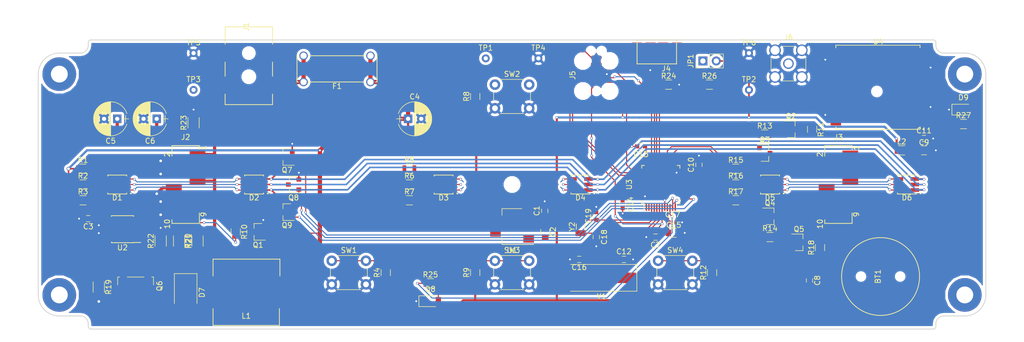
<source format=kicad_pcb>
(kicad_pcb (version 4) (host pcbnew 4.0.6)
  (layers (0 F.Cu signal) (31 B.Cu signal) (34 B.Paste user) (35 F.Paste user) (36 B.SilkS user) (37 F.SilkS user) (38 B.Mask user) (39 F.Mask user) (44 Edge.Cuts user))
  (net 0 "")
  (net 1 GND)
  (net 2 "Net-(BT1-Pad1)")
  (net 3 +12V)
  (net 4 +3V3)
  (net 5 "Net-(C3-Pad1)")
  (net 6 HT)
  (net 7 /NRST)
  (net 8 "Net-(C11-Pad1)")
  (net 9 "Net-(C12-Pad1)")
  (net 10 "Net-(C16-Pad1)")
  (net 11 "Net-(C18-Pad1)")
  (net 12 "Net-(C19-Pad1)")
  (net 13 "Net-(D1-Pad1)")
  (net 14 "Net-(D1-Pad2)")
  (net 15 "Net-(D1-Pad3)")
  (net 16 "Net-(D1-Pad4)")
  (net 17 "Net-(D1-Pad5)")
  (net 18 "Net-(D1-Pad6)")
  (net 19 "Net-(D2-Pad1)")
  (net 20 "Net-(D2-Pad2)")
  (net 21 "Net-(D2-Pad3)")
  (net 22 "Net-(D3-Pad1)")
  (net 23 "Net-(D3-Pad2)")
  (net 24 "Net-(D3-Pad3)")
  (net 25 "Net-(D3-Pad4)")
  (net 26 "Net-(D3-Pad5)")
  (net 27 "Net-(D3-Pad6)")
  (net 28 "Net-(D5-Pad1)")
  (net 29 "Net-(D5-Pad2)")
  (net 30 "Net-(D5-Pad3)")
  (net 31 "Net-(D5-Pad4)")
  (net 32 "Net-(D5-Pad5)")
  (net 33 "Net-(D5-Pad6)")
  (net 34 "Net-(D7-Pad2)")
  (net 35 "Net-(D8-Pad2)")
  (net 36 "Net-(D9-Pad2)")
  (net 37 "Net-(F1-Pad2)")
  (net 38 "Net-(J1-Pad3)")
  (net 39 "Net-(J3-Pad4)")
  (net 40 "Net-(J3-Pad6)")
  (net 41 "Net-(J3-Pad8)")
  (net 42 "Net-(J3-Pad10)")
  (net 43 /USB_VBUS)
  (net 44 /USB_D-)
  (net 45 /USB_D+)
  (net 46 "Net-(J4-Pad4)")
  (net 47 "Net-(J4-Pad6)")
  (net 48 /SWDIO/JTMS)
  (net 49 /SWCLK/JTCK)
  (net 50 "Net-(J5-Pad5)")
  (net 51 /SWO/JTDO)
  (net 52 "Net-(J5-Pad7)")
  (net 53 /JTDI)
  (net 54 "Net-(J5-Pad9)")
  (net 55 "Net-(J6-Pad1)")
  (net 56 /BOOT0)
  (net 57 /HV_EN)
  (net 58 "Net-(Q1-Pad3)")
  (net 59 /DISP_BL)
  (net 60 /DISP_LE)
  (net 61 /DISP_CLK)
  (net 62 /DISP_DATA)
  (net 63 "Net-(Q6-Pad1)")
  (net 64 "Net-(Q6-Pad3)")
  (net 65 /LED_RED)
  (net 66 /LED_GRN)
  (net 67 /LED_BLU)
  (net 68 /PB1)
  (net 69 /PB4)
  (net 70 /PB2)
  (net 71 /PB3)
  (net 72 "Net-(R20-Pad2)")
  (net 73 "Net-(R21-Pad2)")
  (net 74 /DGB_LED)
  (net 75 "Net-(R27-Pad1)")
  (net 76 /GPS_PPS)
  (net 77 "Net-(U3-Pad18)")
  (net 78 "Net-(U3-Pad19)")
  (net 79 /GPS_RESET)
  (net 80 /GPS_RX)
  (net 81 /GPS_TX)
  (net 82 "Net-(U3-Pad30)")
  (net 83 "Net-(U3-Pad40)")
  (net 84 "Net-(U3-Pad41)")
  (net 85 "Net-(U3-Pad42)")
  (net 86 "Net-(U3-Pad43)")
  (net 87 "Net-(U3-Pad45)")
  (net 88 "Net-(U3-Pad46)")
  (net 89 "Net-(U4-Pad4)")
  (net 90 "Net-(U4-Pad6)")
  (net 91 "Net-(U4-Pad7)")
  (net 92 "Net-(U4-Pad20)")
  (net 93 "Net-(U4-Pad18)")
  (net 94 "Net-(U4-Pad17)")
  (net 95 "Net-(U4-Pad16)")
  (net 96 "Net-(U4-Pad15)")
  (net 97 "Net-(U4-Pad14)")
  (module Capacitors_SMD:C_0603 (layer F.Cu) (at 177.25 100 180)
    (fp_text reference C7 (at 0 -1.5 180) (layer F.SilkS))
    (fp_text value 0.1u)
    (pad 1 smd rect (at -0.75 0 180) (size 0.8 0.75) (layers F.Cu F.Paste F.Mask) (net 7 /NRST))
    (pad 2 smd rect (at 0.75 0 180) (size 0.8 0.75) (layers F.Cu F.Paste F.Mask) (net 1 GND))
  )
  (module Mounting_Holes:MountingHole_3.2mm_M3_Pad (layer F.Cu) (at 236 111)
    (fp_text reference REF** hide)
    (fp_text value MountingHole_3.2mm_M3_Pad)
    (pad 1 thru_hole circle (at 0 0) (size 6.4 6.4) (drill 3.2) (layers *.Cu *.Mask))
  )
  (module Mounting_Holes:MountingHole_3.2mm_M3_Pad (layer F.Cu) (at 236 69)
    (fp_text reference REF** hide)
    (fp_text value MountingHole_3.2mm_M3_Pad)
    (pad 1 thru_hole circle (at 0 0) (size 6.4 6.4) (drill 3.2) (layers *.Cu *.Mask))
  )
  (module Mounting_Holes:MountingHole_3.2mm_M3_Pad (layer F.Cu) (at 64 111)
    (fp_text reference REF** hide)
    (fp_text value MountingHole_3.2mm_M3_Pad)
    (pad 1 thru_hole circle (at 0 0) (size 6.4 6.4) (drill 3.2) (layers *.Cu *.Mask))
  )
  (module radio-clock:S8411-45R (layer F.Cu) (at 220 107.5 270)
    (fp_text reference BT1 (at 0 0.5 270) (layer F.SilkS))
    (fp_text value "3.7V LION")
    (pad 2 smd rect (at 0 -8.2 270) (size 2.3 4.5) (layers F.Cu F.Paste F.Mask) (net 1 GND))
    (pad 1 smd rect (at 0 8.2 270) (size 2.3 4.5) (layers F.Cu F.Paste F.Mask) (net 2 "Net-(BT1-Pad1)"))
    (pad "" np_thru_hole circle (at 0 -3.725 270) (size 1 1) (drill 1) (layers *.Cu *.Mask))
    (pad "" np_thru_hole circle (at 0 3.725 270) (size 1 1) (drill 1) (layers *.Cu *.Mask))
  )
  (module Capacitors_SMD:C_0603 (layer F.Cu) (at 156.2 95 90)
    (fp_text reference C1 (at 0 -1.5 90) (layer F.SilkS))
    (fp_text value 0.1u)
    (pad 1 smd rect (at -0.75 0 90) (size 0.8 0.75) (layers F.Cu F.Paste F.Mask) (net 3 +12V))
    (pad 2 smd rect (at 0.75 0 90) (size 0.8 0.75) (layers F.Cu F.Paste F.Mask) (net 1 GND))
  )
  (module Capacitors_SMD:C_0805 (layer F.Cu) (at 156.3 99 270)
    (fp_text reference C2 (at 0 -1.5 270) (layer F.SilkS))
    (fp_text value 10u)
    (pad 1 smd rect (at -1 0 270) (size 1 1.25) (layers F.Cu F.Paste F.Mask) (net 4 +3V3))
    (pad 2 smd rect (at 1 0 270) (size 1 1.25) (layers F.Cu F.Paste F.Mask) (net 1 GND))
  )
  (module Capacitors_SMD:C_0603 (layer F.Cu) (at 69.5 96.5 180)
    (fp_text reference C3 (at 0 -1.5 180) (layer F.SilkS))
    (fp_text value 0.1u)
    (pad 1 smd rect (at -0.75 0 180) (size 0.8 0.75) (layers F.Cu F.Paste F.Mask) (net 5 "Net-(C3-Pad1)"))
    (pad 2 smd rect (at 0.75 0 180) (size 0.8 0.75) (layers F.Cu F.Paste F.Mask) (net 1 GND))
  )
  (module Capacitors_ThroughHole:CP_Radial_D6.3mm_P2.50mm (layer F.Cu) (at 130.25 77.5)
    (fp_text reference C4 (at 1.25 -4.21) (layer F.SilkS))
    (fp_text value 150u)
    (pad 1 thru_hole rect (at 0 0) (size 1.6 1.6) (drill 0.8) (layers *.Cu *.Mask) (net 3 +12V))
    (pad 2 thru_hole circle (at 2.5 0) (size 1.6 1.6) (drill 0.8) (layers *.Cu *.Mask) (net 1 GND))
  )
  (module Capacitors_ThroughHole:CP_Radial_D6.3mm_P2.50mm (layer F.Cu) (at 75 77.5 180)
    (fp_text reference C5 (at 1.25 -4.21 180) (layer F.SilkS))
    (fp_text value 3.3u)
    (pad 1 thru_hole rect (at 0 0 180) (size 1.6 1.6) (drill 0.8) (layers *.Cu *.Mask) (net 6 HT))
    (pad 2 thru_hole circle (at 2.5 0 180) (size 1.6 1.6) (drill 0.8) (layers *.Cu *.Mask) (net 1 GND))
  )
  (module Capacitors_ThroughHole:CP_Radial_D6.3mm_P2.50mm (layer F.Cu) (at 82.5 77.5 180)
    (fp_text reference C6 (at 1.25 -4.21 180) (layer F.SilkS))
    (fp_text value 3.3u)
    (pad 1 thru_hole rect (at 0 0 180) (size 1.6 1.6) (drill 0.8) (layers *.Cu *.Mask) (net 6 HT))
    (pad 2 thru_hole circle (at 2.5 0 180) (size 1.6 1.6) (drill 0.8) (layers *.Cu *.Mask) (net 1 GND))
  )
  (module Capacitors_SMD:C_0603 (layer F.Cu) (at 206.5 108.25 270)
    (fp_text reference C8 (at 0 -1.5 270) (layer F.SilkS))
    (fp_text value 0.1u)
    (pad 1 smd rect (at -0.75 0 270) (size 0.8 0.75) (layers F.Cu F.Paste F.Mask) (net 2 "Net-(BT1-Pad1)"))
    (pad 2 smd rect (at 0.75 0 270) (size 0.8 0.75) (layers F.Cu F.Paste F.Mask) (net 1 GND))
  )
  (module Capacitors_SMD:C_0805 (layer F.Cu) (at 228.25 83.5)
    (fp_text reference C9 (at 0 -1.5) (layer F.SilkS))
    (fp_text value 1u)
    (pad 1 smd rect (at -1 0) (size 1 1.25) (layers F.Cu F.Paste F.Mask) (net 8 "Net-(C11-Pad1)"))
    (pad 2 smd rect (at 1 0) (size 1 1.25) (layers F.Cu F.Paste F.Mask) (net 1 GND))
  )
  (module Capacitors_SMD:C_0603 (layer F.Cu) (at 185.5 86.25 90)
    (fp_text reference C10 (at 0 -1.5 90) (layer F.SilkS))
    (fp_text value 0.1u)
    (pad 1 smd rect (at -0.75 0 90) (size 0.8 0.75) (layers F.Cu F.Paste F.Mask) (net 4 +3V3))
    (pad 2 smd rect (at 0.75 0 90) (size 0.8 0.75) (layers F.Cu F.Paste F.Mask) (net 1 GND))
  )
  (module Capacitors_SMD:C_0603 (layer F.Cu) (at 228.25 81.25)
    (fp_text reference C11 (at 0 -1.5) (layer F.SilkS))
    (fp_text value 0.01u)
    (pad 1 smd rect (at -0.75 0) (size 0.8 0.75) (layers F.Cu F.Paste F.Mask) (net 8 "Net-(C11-Pad1)"))
    (pad 2 smd rect (at 0.75 0) (size 0.8 0.75) (layers F.Cu F.Paste F.Mask) (net 1 GND))
  )
  (module Capacitors_SMD:C_0603 (layer F.Cu) (at 171.25 104.25)
    (fp_text reference C12 (at 0 -1.5) (layer F.SilkS))
    (fp_text value 16p)
    (pad 1 smd rect (at -0.75 0) (size 0.8 0.75) (layers F.Cu F.Paste F.Mask) (net 9 "Net-(C12-Pad1)"))
    (pad 2 smd rect (at 0.75 0) (size 0.8 0.75) (layers F.Cu F.Paste F.Mask) (net 1 GND))
  )
  (module Capacitors_SMD:C_0603 (layer F.Cu) (at 174.5 82.75 180)
    (fp_text reference C13 (at 0 -1.5 180) (layer F.SilkS))
    (fp_text value 0.1u)
    (pad 1 smd rect (at -0.75 0 180) (size 0.8 0.75) (layers F.Cu F.Paste F.Mask) (net 4 +3V3))
    (pad 2 smd rect (at 0.75 0 180) (size 0.8 0.75) (layers F.Cu F.Paste F.Mask) (net 1 GND))
  )
  (module Capacitors_SMD:C_0603 (layer F.Cu) (at 171 93.75 270)
    (fp_text reference C14 (at 0 -1.5 270) (layer F.SilkS))
    (fp_text value 0.1u)
    (pad 1 smd rect (at -0.75 0 270) (size 0.8 0.75) (layers F.Cu F.Paste F.Mask) (net 4 +3V3))
    (pad 2 smd rect (at 0.75 0 270) (size 0.8 0.75) (layers F.Cu F.Paste F.Mask) (net 1 GND))
  )
  (module Capacitors_SMD:C_0805 (layer F.Cu) (at 180.7 99.2)
    (fp_text reference C15 (at 0 -1.5) (layer F.SilkS))
    (fp_text value 1u)
    (pad 1 smd rect (at -1 0) (size 1 1.25) (layers F.Cu F.Paste F.Mask) (net 4 +3V3))
    (pad 2 smd rect (at 1 0) (size 1 1.25) (layers F.Cu F.Paste F.Mask) (net 1 GND))
  )
  (module Capacitors_SMD:C_0603 (layer F.Cu) (at 162.75 104.25 180)
    (fp_text reference C16 (at 0 -1.5 180) (layer F.SilkS))
    (fp_text value 16p)
    (pad 1 smd rect (at -0.75 0 180) (size 0.8 0.75) (layers F.Cu F.Paste F.Mask) (net 10 "Net-(C16-Pad1)"))
    (pad 2 smd rect (at 0.75 0 180) (size 0.8 0.75) (layers F.Cu F.Paste F.Mask) (net 1 GND))
  )
  (module Capacitors_SMD:C_0603 (layer F.Cu) (at 180.5 97.2)
    (fp_text reference C17 (at 0 -1.5) (layer F.SilkS))
    (fp_text value 0.01u)
    (pad 1 smd rect (at -0.75 0) (size 0.8 0.75) (layers F.Cu F.Paste F.Mask) (net 4 +3V3))
    (pad 2 smd rect (at 0.75 0) (size 0.8 0.75) (layers F.Cu F.Paste F.Mask) (net 1 GND))
  )
  (module Capacitors_SMD:C_0603 (layer F.Cu) (at 166 100 270)
    (fp_text reference C18 (at 0 -1.5 270) (layer F.SilkS))
    (fp_text value 5p)
    (pad 1 smd rect (at -0.75 0 270) (size 0.8 0.75) (layers F.Cu F.Paste F.Mask) (net 11 "Net-(C18-Pad1)"))
    (pad 2 smd rect (at 0.75 0 270) (size 0.8 0.75) (layers F.Cu F.Paste F.Mask) (net 1 GND))
  )
  (module Capacitors_SMD:C_0603 (layer F.Cu) (at 166 96 90)
    (fp_text reference C19 (at 0 -1.5 90) (layer F.SilkS))
    (fp_text value 5p)
    (pad 1 smd rect (at -0.75 0 90) (size 0.8 0.75) (layers F.Cu F.Paste F.Mask) (net 12 "Net-(C19-Pad1)"))
    (pad 2 smd rect (at 0.75 0 90) (size 0.8 0.75) (layers F.Cu F.Paste F.Mask) (net 1 GND))
  )
  (module radio-clock:PLCC-6 (layer F.Cu) (at 75 90 180)
    (fp_text reference D1 (at 0 -2.5 180) (layer F.SilkS))
    (fp_text value LED_BGR)
    (pad 1 smd rect (at -1.5 -1.05 180) (size 1.6 0.7) (layers F.Cu F.Paste F.Mask) (net 13 "Net-(D1-Pad1)"))
    (pad 2 smd rect (at -1.5 0 180) (size 1.6 0.7) (layers F.Cu F.Paste F.Mask) (net 14 "Net-(D1-Pad2)"))
    (pad 3 smd rect (at -1.5 1.05 180) (size 1.6 0.7) (layers F.Cu F.Paste F.Mask) (net 15 "Net-(D1-Pad3)"))
    (pad 4 smd rect (at 1.5 1.05 180) (size 1.6 0.7) (layers F.Cu F.Paste F.Mask) (net 16 "Net-(D1-Pad4)"))
    (pad 5 smd rect (at 1.5 0 180) (size 1.6 0.7) (layers F.Cu F.Paste F.Mask) (net 17 "Net-(D1-Pad5)"))
    (pad 6 smd rect (at 1.5 -1.05 180) (size 1.6 0.7) (layers F.Cu F.Paste F.Mask) (net 18 "Net-(D1-Pad6)"))
  )
  (module radio-clock:PLCC-6 (layer F.Cu) (at 101 90 180)
    (fp_text reference D2 (at 0 -2.5 180) (layer F.SilkS))
    (fp_text value LED_BGR)
    (pad 1 smd rect (at -1.5 -1.05 180) (size 1.6 0.7) (layers F.Cu F.Paste F.Mask) (net 19 "Net-(D2-Pad1)"))
    (pad 2 smd rect (at -1.5 0 180) (size 1.6 0.7) (layers F.Cu F.Paste F.Mask) (net 20 "Net-(D2-Pad2)"))
    (pad 3 smd rect (at -1.5 1.05 180) (size 1.6 0.7) (layers F.Cu F.Paste F.Mask) (net 21 "Net-(D2-Pad3)"))
    (pad 4 smd rect (at 1.5 1.05 180) (size 1.6 0.7) (layers F.Cu F.Paste F.Mask) (net 15 "Net-(D1-Pad3)"))
    (pad 5 smd rect (at 1.5 0 180) (size 1.6 0.7) (layers F.Cu F.Paste F.Mask) (net 14 "Net-(D1-Pad2)"))
    (pad 6 smd rect (at 1.5 -1.05 180) (size 1.6 0.7) (layers F.Cu F.Paste F.Mask) (net 13 "Net-(D1-Pad1)"))
  )
  (module radio-clock:PLCC-6 (layer F.Cu) (at 137 90 180)
    (fp_text reference D3 (at 0 -2.5 180) (layer F.SilkS))
    (fp_text value LED_BGR)
    (pad 1 smd rect (at -1.5 -1.05 180) (size 1.6 0.7) (layers F.Cu F.Paste F.Mask) (net 22 "Net-(D3-Pad1)"))
    (pad 2 smd rect (at -1.5 0 180) (size 1.6 0.7) (layers F.Cu F.Paste F.Mask) (net 23 "Net-(D3-Pad2)"))
    (pad 3 smd rect (at -1.5 1.05 180) (size 1.6 0.7) (layers F.Cu F.Paste F.Mask) (net 24 "Net-(D3-Pad3)"))
    (pad 4 smd rect (at 1.5 1.05 180) (size 1.6 0.7) (layers F.Cu F.Paste F.Mask) (net 25 "Net-(D3-Pad4)"))
    (pad 5 smd rect (at 1.5 0 180) (size 1.6 0.7) (layers F.Cu F.Paste F.Mask) (net 26 "Net-(D3-Pad5)"))
    (pad 6 smd rect (at 1.5 -1.05 180) (size 1.6 0.7) (layers F.Cu F.Paste F.Mask) (net 27 "Net-(D3-Pad6)"))
  )
  (module radio-clock:PLCC-6 (layer F.Cu) (at 163 90 180)
    (fp_text reference D4 (at 0 -2.5 180) (layer F.SilkS))
    (fp_text value LED_BGR)
    (pad 1 smd rect (at -1.5 -1.05 180) (size 1.6 0.7) (layers F.Cu F.Paste F.Mask) (net 19 "Net-(D2-Pad1)"))
    (pad 2 smd rect (at -1.5 0 180) (size 1.6 0.7) (layers F.Cu F.Paste F.Mask) (net 20 "Net-(D2-Pad2)"))
    (pad 3 smd rect (at -1.5 1.05 180) (size 1.6 0.7) (layers F.Cu F.Paste F.Mask) (net 21 "Net-(D2-Pad3)"))
    (pad 4 smd rect (at 1.5 1.05 180) (size 1.6 0.7) (layers F.Cu F.Paste F.Mask) (net 24 "Net-(D3-Pad3)"))
    (pad 5 smd rect (at 1.5 0 180) (size 1.6 0.7) (layers F.Cu F.Paste F.Mask) (net 23 "Net-(D3-Pad2)"))
    (pad 6 smd rect (at 1.5 -1.05 180) (size 1.6 0.7) (layers F.Cu F.Paste F.Mask) (net 22 "Net-(D3-Pad1)"))
  )
  (module radio-clock:PLCC-6 (layer F.Cu) (at 199 90 180)
    (fp_text reference D5 (at 0 -2.5 180) (layer F.SilkS))
    (fp_text value LED_BGR)
    (pad 1 smd rect (at -1.5 -1.05 180) (size 1.6 0.7) (layers F.Cu F.Paste F.Mask) (net 28 "Net-(D5-Pad1)"))
    (pad 2 smd rect (at -1.5 0 180) (size 1.6 0.7) (layers F.Cu F.Paste F.Mask) (net 29 "Net-(D5-Pad2)"))
    (pad 3 smd rect (at -1.5 1.05 180) (size 1.6 0.7) (layers F.Cu F.Paste F.Mask) (net 30 "Net-(D5-Pad3)"))
    (pad 4 smd rect (at 1.5 1.05 180) (size 1.6 0.7) (layers F.Cu F.Paste F.Mask) (net 31 "Net-(D5-Pad4)"))
    (pad 5 smd rect (at 1.5 0 180) (size 1.6 0.7) (layers F.Cu F.Paste F.Mask) (net 32 "Net-(D5-Pad5)"))
    (pad 6 smd rect (at 1.5 -1.05 180) (size 1.6 0.7) (layers F.Cu F.Paste F.Mask) (net 33 "Net-(D5-Pad6)"))
  )
  (module radio-clock:PLCC-6 (layer F.Cu) (at 225 90 180)
    (fp_text reference D6 (at 0 -2.5 180) (layer F.SilkS))
    (fp_text value LED_BGR)
    (pad 1 smd rect (at -1.5 -1.05 180) (size 1.6 0.7) (layers F.Cu F.Paste F.Mask) (net 19 "Net-(D2-Pad1)"))
    (pad 2 smd rect (at -1.5 0 180) (size 1.6 0.7) (layers F.Cu F.Paste F.Mask) (net 20 "Net-(D2-Pad2)"))
    (pad 3 smd rect (at -1.5 1.05 180) (size 1.6 0.7) (layers F.Cu F.Paste F.Mask) (net 21 "Net-(D2-Pad3)"))
    (pad 4 smd rect (at 1.5 1.05 180) (size 1.6 0.7) (layers F.Cu F.Paste F.Mask) (net 30 "Net-(D5-Pad3)"))
    (pad 5 smd rect (at 1.5 0 180) (size 1.6 0.7) (layers F.Cu F.Paste F.Mask) (net 29 "Net-(D5-Pad2)"))
    (pad 6 smd rect (at 1.5 -1.05 180) (size 1.6 0.7) (layers F.Cu F.Paste F.Mask) (net 28 "Net-(D5-Pad1)"))
  )
  (module Diodes_SMD:D_SMB_Standard (layer F.Cu) (at 88 110.5 270)
    (fp_text reference D7 (at 0.05 -3.1 270) (layer F.SilkS))
    (fp_text value MURS140)
    (pad 1 smd rect (at -2.15 0 270) (size 2.5 2.3) (layers F.Cu F.Paste F.Mask) (net 6 HT))
    (pad 2 smd rect (at 2.15 0 270) (size 2.5 2.3) (layers F.Cu F.Paste F.Mask) (net 34 "Net-(D7-Pad2)"))
  )
  (module Diodes_SMD:D_1206 (layer F.Cu) (at 134.5 112.2)
    (fp_text reference D8 (at 0 -2.3) (layer F.SilkS))
    (fp_text value RED)
    (pad 1 smd rect (at -1.5 0) (size 1 1.6) (layers F.Cu F.Paste F.Mask) (net 1 GND))
    (pad 2 smd rect (at 1.5 0) (size 1 1.6) (layers F.Cu F.Paste F.Mask) (net 35 "Net-(D8-Pad2)"))
  )
  (module Diodes_SMD:D_1206 (layer F.Cu) (at 235.75 75.75)
    (fp_text reference D9 (at 0 -2.3) (layer F.SilkS))
    (fp_text value RED)
    (pad 1 smd rect (at -1.5 0) (size 1 1.6) (layers F.Cu F.Paste F.Mask) (net 1 GND))
    (pad 2 smd rect (at 1.5 0) (size 1 1.6) (layers F.Cu F.Paste F.Mask) (net 36 "Net-(D9-Pad2)"))
  )
  (module radio-clock:01110501Z (layer F.Cu) (at 116.75 68 180)
    (fp_text reference F1 (at 0 -3.3 180) (layer F.SilkS))
    (fp_text value Fuse)
    (pad 1 thru_hole circle (at -6.35 -2.5 180) (size 1.6 1.6) (drill 1.17) (layers *.Cu *.Mask) (net 3 +12V))
    (pad 1 thru_hole circle (at -6.35 2.5 180) (size 1.6 1.6) (drill 1.17) (layers *.Cu *.Mask) (net 3 +12V))
    (pad 2 thru_hole circle (at 6.35 2.5 180) (size 1.6 1.6) (drill 1.17) (layers *.Cu *.Mask) (net 37 "Net-(F1-Pad2)"))
    (pad 2 thru_hole circle (at 6.35 -2.5 180) (size 1.6 1.6) (drill 1.17) (layers *.Cu *.Mask) (net 37 "Net-(F1-Pad2)"))
  )
  (module radio-clock:PJ-002AH-SMT-TR (layer F.Cu) (at 100 60 270)
    (fp_text reference J1 (at 0 0.5 270) (layer F.SilkS))
    (fp_text value BARREL_JACK)
    (pad 1 smd rect (at 5 -5.7 270) (size 2.8 2.4) (layers F.Cu F.Paste F.Mask) (net 37 "Net-(F1-Pad2)"))
    (pad 2 smd rect (at 5 5.7 270) (size 2.8 2.4) (layers F.Cu F.Paste F.Mask) (net 1 GND))
    (pad 3 smd rect (at 11.1 5.7 270) (size 2.8 2.4) (layers F.Cu F.Paste F.Mask) (net 38 "Net-(J1-Pad3)"))
    (pad 1 smd rect (at 11.1 -5.7 270) (size 2.8 2.4) (layers F.Cu F.Paste F.Mask) (net 37 "Net-(F1-Pad2)"))
    (pad "" np_thru_hole circle (at 5 0 270) (size 1.6 1.6) (drill 1.6) (layers *.Cu *.Mask))
    (pad "" np_thru_hole circle (at 9.5 0 270) (size 1.8 1.8) (drill 1.8) (layers *.Cu *.Mask))
  )
  (module radio-clock:8-188275-0 (layer F.Cu) (at 88 90 270)
    (fp_text reference J2 (at -9 0 360) (layer F.SilkS))
    (fp_text value CONN_01X10)
    (fp_text user 10 (at 7.5 3.5 270) (layer F.SilkS))
    (fp_text user 9 (at 5.7 -3.4 270) (layer F.SilkS))
    (fp_text user 2 (at -5.7 3.5 270) (layer F.SilkS))
    (fp_text user 1 (at -7 -3.4 270) (layer F.SilkS))
    (pad 1 smd rect (at -5.715 -2.25) (size 3 1.5) (layers F.Cu F.Paste F.Mask) (net 6 HT))
    (pad 2 smd rect (at -4.445 2.25) (size 3 1.5) (layers F.Cu F.Paste F.Mask) (net 1 GND))
    (pad 3 smd rect (at -3.175 -2.25) (size 3 1.5) (layers F.Cu F.Paste F.Mask) (net 6 HT))
    (pad 4 smd rect (at -1.905 2.25) (size 3 1.5) (layers F.Cu F.Paste F.Mask) (net 1 GND))
    (pad 5 smd rect (at -0.635 -2.25) (size 3 1.5) (layers F.Cu F.Paste F.Mask) (net 6 HT))
    (pad 6 smd rect (at 0.635 2.25) (size 3 1.5) (layers F.Cu F.Paste F.Mask) (net 1 GND))
    (pad 7 smd rect (at 1.905 -2.25) (size 3 1.5) (layers F.Cu F.Paste F.Mask) (net 6 HT))
    (pad 8 smd rect (at 3.175 2.25) (size 3 1.5) (layers F.Cu F.Paste F.Mask) (net 1 GND))
    (pad 9 smd rect (at 4.445 -2.25) (size 3 1.5) (layers F.Cu F.Paste F.Mask) (net 6 HT))
    (pad 10 smd rect (at 5.715 2.25) (size 3 1.5) (layers F.Cu F.Paste F.Mask) (net 1 GND))
  )
  (module radio-clock:8-188275-0 (layer F.Cu) (at 212 90 270)
    (fp_text reference J3 (at -9 0 360) (layer F.SilkS))
    (fp_text value CONN_01X10)
    (fp_text user 10 (at 7.5 3.5 270) (layer F.SilkS))
    (fp_text user 9 (at 5.7 -3.4 270) (layer F.SilkS))
    (fp_text user 2 (at -5.7 3.5 270) (layer F.SilkS))
    (fp_text user 1 (at -7 -3.4 270) (layer F.SilkS))
    (pad 1 smd rect (at -5.715 -2.25) (size 3 1.5) (layers F.Cu F.Paste F.Mask) (net 1 GND))
    (pad 2 smd rect (at -4.445 2.25) (size 3 1.5) (layers F.Cu F.Paste F.Mask) (net 3 +12V))
    (pad 3 smd rect (at -3.175 -2.25) (size 3 1.5) (layers F.Cu F.Paste F.Mask) (net 1 GND))
    (pad 4 smd rect (at -1.905 2.25) (size 3 1.5) (layers F.Cu F.Paste F.Mask) (net 39 "Net-(J3-Pad4)"))
    (pad 5 smd rect (at -0.635 -2.25) (size 3 1.5) (layers F.Cu F.Paste F.Mask) (net 1 GND))
    (pad 6 smd rect (at 0.635 2.25) (size 3 1.5) (layers F.Cu F.Paste F.Mask) (net 40 "Net-(J3-Pad6)"))
    (pad 7 smd rect (at 1.905 -2.25) (size 3 1.5) (layers F.Cu F.Paste F.Mask) (net 1 GND))
    (pad 8 smd rect (at 3.175 2.25) (size 3 1.5) (layers F.Cu F.Paste F.Mask) (net 41 "Net-(J3-Pad8)"))
    (pad 9 smd rect (at 4.445 -2.25) (size 3 1.5) (layers F.Cu F.Paste F.Mask) (net 1 GND))
    (pad 10 smd rect (at 5.715 2.25) (size 3 1.5) (layers F.Cu F.Paste F.Mask) (net 42 "Net-(J3-Pad10)"))
  )
  (module radio-clock:10118192 (layer F.Cu) (at 177.5 62.5 180)
    (fp_text reference J4 (at -1.8 -5.45 180) (layer F.SilkS))
    (fp_text value USB_OTG hide)
    (pad 1 smd rect (at -1.3 -4.125 180) (size 0.4 1.35) (layers F.Cu F.Paste F.Mask) (net 43 /USB_VBUS))
    (pad 2 smd rect (at -0.65 -4.125 180) (size 0.4 1.35) (layers F.Cu F.Paste F.Mask) (net 44 /USB_D-))
    (pad 3 smd rect (at 0 -4.125 180) (size 0.4 1.35) (layers F.Cu F.Paste F.Mask) (net 45 /USB_D+))
    (pad 4 smd rect (at 0.65 -4.125 180) (size 0.4 1.35) (layers F.Cu F.Paste F.Mask) (net 46 "Net-(J4-Pad4)"))
    (pad 5 smd rect (at 1.3 -4.125 180) (size 0.4 1.35) (layers F.Cu F.Paste F.Mask) (net 1 GND))
    (pad 6 smd rect (at -3.1 -4 180) (size 2.1 1.6) (layers F.Cu F.Paste F.Mask) (net 47 "Net-(J4-Pad6)"))
    (pad 6 smd rect (at 3.1 -4 180) (size 2.1 1.6) (layers F.Cu F.Paste F.Mask) (net 47 "Net-(J4-Pad6)"))
    (pad 6 smd rect (at -3.8 -1.45 180) (size 1.8 1.9) (layers F.Cu F.Paste F.Mask) (net 47 "Net-(J4-Pad6)"))
    (pad 6 smd rect (at 3.8 -1.45 180) (size 1.8 1.9) (layers F.Cu F.Paste F.Mask) (net 47 "Net-(J4-Pad6)"))
    (pad 6 smd rect (at -1.2 -1.45 180) (size 1.9 1.9) (layers F.Cu F.Paste F.Mask) (net 47 "Net-(J4-Pad6)"))
    (pad 6 smd rect (at 1.2 -1.45 180) (size 1.9 1.9) (layers F.Cu F.Paste F.Mask) (net 47 "Net-(J4-Pad6)"))
  )
  (module radio-clock:TC2050-IDC (layer F.Cu) (at 166 68.4 90)
    (fp_text reference J5 (at -0.81 -4.5 90) (layer F.SilkS))
    (fp_text value CONN_02X05)
    (pad 1 smd circle (at -2.54 0.635 90) (size 0.7874 0.7874) (layers F.Cu F.Mask) (net 4 +3V3))
    (pad 2 smd circle (at -1.27 0.635 90) (size 0.7874 0.7874) (layers F.Cu F.Mask) (net 48 /SWDIO/JTMS))
    (pad 3 smd circle (at 0 0.635 90) (size 0.7874 0.7874) (layers F.Cu F.Mask) (net 1 GND))
    (pad 4 smd circle (at 1.27 0.635 90) (size 0.7874 0.7874) (layers F.Cu F.Mask) (net 49 /SWCLK/JTCK))
    (pad 5 smd circle (at 2.54 0.635 90) (size 0.7874 0.7874) (layers F.Cu F.Mask) (net 50 "Net-(J5-Pad5)"))
    (pad 6 smd circle (at 2.54 -0.635 90) (size 0.7874 0.7874) (layers F.Cu F.Mask) (net 51 /SWO/JTDO))
    (pad 7 smd circle (at 1.27 -0.635 90) (size 0.7874 0.7874) (layers F.Cu F.Mask) (net 52 "Net-(J5-Pad7)"))
    (pad 8 smd circle (at 0 -0.635 90) (size 0.7874 0.7874) (layers F.Cu F.Mask) (net 53 /JTDI))
    (pad 9 smd circle (at -1.27 -0.635 90) (size 0.7874 0.7874) (layers F.Cu F.Mask) (net 54 "Net-(J5-Pad9)"))
    (pad 10 smd circle (at -2.54 -0.635 90) (size 0.7874 0.7874) (layers F.Cu F.Mask) (net 7 /NRST))
    (pad "" np_thru_hole circle (at -3.81 0 90) (size 0.9906 0.9906) (drill 0.9906) (layers *.Cu *.Mask))
    (pad "" np_thru_hole circle (at 3.81 -1.016 90) (size 0.9906 0.9906) (drill 0.9906) (layers *.Cu *.Mask))
    (pad "" np_thru_hole circle (at 3.81 1.016 90) (size 0.9906 0.9906) (drill 0.9906) (layers *.Cu *.Mask))
    (pad "" np_thru_hole circle (at -3.81 -2.54 90) (size 2.3749 2.3749) (drill 2.3749) (layers *.Cu *.Mask))
    (pad "" np_thru_hole circle (at -3.81 2.54 90) (size 2.3749 2.3749) (drill 2.3749) (layers *.Cu *.Mask))
    (pad "" np_thru_hole circle (at 1.905 2.54 90) (size 2.3749 2.3749) (drill 2.3749) (layers *.Cu *.Mask))
    (pad "" np_thru_hole circle (at 1.905 -2.54 90) (size 2.3749 2.3749) (drill 2.3749) (layers *.Cu *.Mask))
  )
  (module Connect:SMA_THT_Jack_Straight (layer F.Cu) (at 202.5 67)
    (fp_text reference J6 (at 0 -5) (layer F.SilkS))
    (fp_text value SMA)
    (pad 2 thru_hole circle (at -2.54 2.54) (size 2.2 2.2) (drill 1.7) (layers *.Cu *.Mask) (net 1 GND))
    (pad 2 thru_hole circle (at -2.54 -2.54) (size 2.2 2.2) (drill 1.7) (layers *.Cu *.Mask) (net 1 GND))
    (pad 2 thru_hole circle (at 2.54 -2.54) (size 2.2 2.2) (drill 1.7) (layers *.Cu *.Mask) (net 1 GND))
    (pad 2 thru_hole circle (at 2.54 2.54) (size 2.2 2.2) (drill 1.7) (layers *.Cu *.Mask) (net 1 GND))
    (pad 1 thru_hole circle (at 0 0) (size 2 2) (drill 1.5) (layers *.Cu *.Mask) (net 55 "Net-(J6-Pad1)"))
  )
  (module Pin_Headers:Pin_Header_Straight_1x02_Pitch2.54mm (layer F.Cu) (at 186.25 66.5 90)
    (fp_text reference JP1 (at 0 -2.33 90) (layer F.SilkS))
    (fp_text value Jumper_NO_Small)
    (pad 1 thru_hole rect (at 0 0 90) (size 1.7 1.7) (drill 1) (layers *.Cu *.Mask) (net 56 /BOOT0))
    (pad 2 thru_hole oval (at 0 2.54 90) (size 1.7 1.7) (drill 1) (layers *.Cu *.Mask) (net 4 +3V3))
  )
  (module radio-clock:B82477R4104M100 (layer F.Cu) (at 99.5 110.5 180)
    (fp_text reference L1 (at 0 -4.5 180) (layer F.SilkS))
    (fp_text value 100u)
    (pad 1 smd rect (at -5.05 0 180) (size 3.1 5.6) (layers F.Cu F.Paste F.Mask) (net 3 +12V))
    (pad 2 smd rect (at 5.05 0 180) (size 3.1 5.6) (layers F.Cu F.Paste F.Mask) (net 34 "Net-(D7-Pad2)"))
  )
  (module Resistors_SMD:R_0805 (layer F.Cu) (at 224 83.5)
    (fp_text reference L2 (at 0 -1.65) (layer F.SilkS))
    (fp_text value FERRITE)
    (pad 1 smd rect (at -0.95 0) (size 0.7 1.3) (layers F.Cu F.Paste F.Mask) (net 4 +3V3))
    (pad 2 smd rect (at 0.95 0) (size 0.7 1.3) (layers F.Cu F.Paste F.Mask) (net 8 "Net-(C11-Pad1)"))
  )
  (module TO_SOT_Packages_SMD:SOT-23 (layer F.Cu) (at 101.75 99 180)
    (fp_text reference Q1 (at 0 -2.5 180) (layer F.SilkS))
    (fp_text value DDTD113ZC)
    (pad 1 smd rect (at -1 -0.95 180) (size 0.9 0.8) (layers F.Cu F.Paste F.Mask) (net 57 /HV_EN))
    (pad 2 smd rect (at -1 0.95 180) (size 0.9 0.8) (layers F.Cu F.Paste F.Mask) (net 1 GND))
    (pad 3 smd rect (at 1 0 180) (size 0.9 0.8) (layers F.Cu F.Paste F.Mask) (net 58 "Net-(Q1-Pad3)"))
  )
  (module TO_SOT_Packages_SMD:SOT-23 (layer F.Cu) (at 203 79.5)
    (fp_text reference Q2 (at 0 -2.5) (layer F.SilkS))
    (fp_text value DDTD113ZC)
    (pad 1 smd rect (at -1 -0.95) (size 0.9 0.8) (layers F.Cu F.Paste F.Mask) (net 59 /DISP_BL))
    (pad 2 smd rect (at -1 0.95) (size 0.9 0.8) (layers F.Cu F.Paste F.Mask) (net 1 GND))
    (pad 3 smd rect (at 1 0) (size 0.9 0.8) (layers F.Cu F.Paste F.Mask) (net 39 "Net-(J3-Pad4)"))
  )
  (module TO_SOT_Packages_SMD:SOT-23 (layer F.Cu) (at 198 84)
    (fp_text reference Q3 (at 0 -2.5) (layer F.SilkS))
    (fp_text value DDTD113ZC)
    (pad 1 smd rect (at -1 -0.95) (size 0.9 0.8) (layers F.Cu F.Paste F.Mask) (net 60 /DISP_LE))
    (pad 2 smd rect (at -1 0.95) (size 0.9 0.8) (layers F.Cu F.Paste F.Mask) (net 1 GND))
    (pad 3 smd rect (at 1 0) (size 0.9 0.8) (layers F.Cu F.Paste F.Mask) (net 40 "Net-(J3-Pad6)"))
  )
  (module TO_SOT_Packages_SMD:SOT-23 (layer F.Cu) (at 199 96.05)
    (fp_text reference Q4 (at 0 -2.5) (layer F.SilkS))
    (fp_text value DDTD113ZC)
    (pad 1 smd rect (at -1 -0.95) (size 0.9 0.8) (layers F.Cu F.Paste F.Mask) (net 61 /DISP_CLK))
    (pad 2 smd rect (at -1 0.95) (size 0.9 0.8) (layers F.Cu F.Paste F.Mask) (net 1 GND))
    (pad 3 smd rect (at 1 0) (size 0.9 0.8) (layers F.Cu F.Paste F.Mask) (net 41 "Net-(J3-Pad8)"))
  )
  (module TO_SOT_Packages_SMD:SOT-23 (layer F.Cu) (at 204.5 101)
    (fp_text reference Q5 (at 0 -2.5) (layer F.SilkS))
    (fp_text value DDTD113ZC)
    (pad 1 smd rect (at -1 -0.95) (size 0.9 0.8) (layers F.Cu F.Paste F.Mask) (net 62 /DISP_DATA))
    (pad 2 smd rect (at -1 0.95) (size 0.9 0.8) (layers F.Cu F.Paste F.Mask) (net 1 GND))
    (pad 3 smd rect (at 1 0) (size 0.9 0.8) (layers F.Cu F.Paste F.Mask) (net 42 "Net-(J3-Pad10)"))
  )
  (module TO_SOT_Packages_SMD:TO-252-2Lead (layer F.Cu) (at 78.5 109 270)
    (fp_text reference Q6 (at 0.3 -4.54 270) (layer F.SilkS))
    (fp_text value FDB14N30TM)
    (pad 1 smd rect (at -3.7 -2.29 180) (size 2 3.5) (layers F.Cu F.Paste F.Mask) (net 63 "Net-(Q6-Pad1)"))
    (pad 3 smd rect (at -3.7 2.29 180) (size 2 3.5) (layers F.Cu F.Paste F.Mask) (net 64 "Net-(Q6-Pad3)"))
    (pad 2 smd rect (at 3.7 0.01 180) (size 7 7) (layers F.Cu F.Paste F.Mask) (net 34 "Net-(D7-Pad2)"))
  )
  (module TO_SOT_Packages_SMD:SOT-23 (layer F.Cu) (at 107.25 84.75 180)
    (fp_text reference Q7 (at 0 -2.5 180) (layer F.SilkS))
    (fp_text value DDTD113ZC)
    (pad 1 smd rect (at -1 -0.95 180) (size 0.9 0.8) (layers F.Cu F.Paste F.Mask) (net 65 /LED_RED))
    (pad 2 smd rect (at -1 0.95 180) (size 0.9 0.8) (layers F.Cu F.Paste F.Mask) (net 1 GND))
    (pad 3 smd rect (at 1 0 180) (size 0.9 0.8) (layers F.Cu F.Paste F.Mask) (net 21 "Net-(D2-Pad3)"))
  )
  (module TO_SOT_Packages_SMD:SOT-23 (layer F.Cu) (at 108.5 90 180)
    (fp_text reference Q8 (at 0 -2.5 180) (layer F.SilkS))
    (fp_text value DDTD113ZC)
    (pad 1 smd rect (at -1 -0.95 180) (size 0.9 0.8) (layers F.Cu F.Paste F.Mask) (net 66 /LED_GRN))
    (pad 2 smd rect (at -1 0.95 180) (size 0.9 0.8) (layers F.Cu F.Paste F.Mask) (net 1 GND))
    (pad 3 smd rect (at 1 0 180) (size 0.9 0.8) (layers F.Cu F.Paste F.Mask) (net 20 "Net-(D2-Pad2)"))
  )
  (module TO_SOT_Packages_SMD:SOT-23 (layer F.Cu) (at 107.25 95.25 180)
    (fp_text reference Q9 (at 0 -2.5 180) (layer F.SilkS))
    (fp_text value DDTD113ZC)
    (pad 1 smd rect (at -1 -0.95 180) (size 0.9 0.8) (layers F.Cu F.Paste F.Mask) (net 67 /LED_BLU))
    (pad 2 smd rect (at -1 0.95 180) (size 0.9 0.8) (layers F.Cu F.Paste F.Mask) (net 1 GND))
    (pad 3 smd rect (at 1 0 180) (size 0.9 0.8) (layers F.Cu F.Paste F.Mask) (net 19 "Net-(D2-Pad1)"))
  )
  (module Resistors_SMD:R_0805 (layer F.Cu) (at 68.5 87)
    (fp_text reference R1 (at 0 -1.65) (layer F.SilkS))
    (fp_text value 1.05k)
    (pad 1 smd rect (at -0.95 0) (size 0.7 1.3) (layers F.Cu F.Paste F.Mask) (net 3 +12V))
    (pad 2 smd rect (at 0.95 0) (size 0.7 1.3) (layers F.Cu F.Paste F.Mask) (net 16 "Net-(D1-Pad4)"))
  )
  (module Resistors_SMD:R_0805 (layer F.Cu) (at 68.5 90)
    (fp_text reference R2 (at 0 -1.65) (layer F.SilkS))
    (fp_text value 2.43k)
    (pad 1 smd rect (at -0.95 0) (size 0.7 1.3) (layers F.Cu F.Paste F.Mask) (net 3 +12V))
    (pad 2 smd rect (at 0.95 0) (size 0.7 1.3) (layers F.Cu F.Paste F.Mask) (net 17 "Net-(D1-Pad5)"))
  )
  (module Resistors_SMD:R_0805 (layer F.Cu) (at 68.5 93)
    (fp_text reference R3 (at 0 -1.65) (layer F.SilkS))
    (fp_text value 499)
    (pad 1 smd rect (at -0.95 0) (size 0.7 1.3) (layers F.Cu F.Paste F.Mask) (net 3 +12V))
    (pad 2 smd rect (at 0.95 0) (size 0.7 1.3) (layers F.Cu F.Paste F.Mask) (net 18 "Net-(D1-Pad6)"))
  )
  (module Resistors_SMD:R_0805 (layer F.Cu) (at 126 106.75 90)
    (fp_text reference R4 (at 0 -1.65 90) (layer F.SilkS))
    (fp_text value 10k)
    (pad 1 smd rect (at -0.95 0 90) (size 0.7 1.3) (layers F.Cu F.Paste F.Mask) (net 4 +3V3))
    (pad 2 smd rect (at 0.95 0 90) (size 0.7 1.3) (layers F.Cu F.Paste F.Mask) (net 68 /PB1))
  )
  (module Resistors_SMD:R_0805 (layer F.Cu) (at 130.5 87)
    (fp_text reference R5 (at 0 -1.65) (layer F.SilkS))
    (fp_text value 1.05k)
    (pad 1 smd rect (at -0.95 0) (size 0.7 1.3) (layers F.Cu F.Paste F.Mask) (net 3 +12V))
    (pad 2 smd rect (at 0.95 0) (size 0.7 1.3) (layers F.Cu F.Paste F.Mask) (net 25 "Net-(D3-Pad4)"))
  )
  (module Resistors_SMD:R_0805 (layer F.Cu) (at 130.5 90)
    (fp_text reference R6 (at 0 -1.65) (layer F.SilkS))
    (fp_text value 2.43k)
    (pad 1 smd rect (at -0.95 0) (size 0.7 1.3) (layers F.Cu F.Paste F.Mask) (net 3 +12V))
    (pad 2 smd rect (at 0.95 0) (size 0.7 1.3) (layers F.Cu F.Paste F.Mask) (net 26 "Net-(D3-Pad5)"))
  )
  (module Resistors_SMD:R_0805 (layer F.Cu) (at 130.5 93)
    (fp_text reference R7 (at 0 -1.65) (layer F.SilkS))
    (fp_text value 499)
    (pad 1 smd rect (at -0.95 0) (size 0.7 1.3) (layers F.Cu F.Paste F.Mask) (net 3 +12V))
    (pad 2 smd rect (at 0.95 0) (size 0.7 1.3) (layers F.Cu F.Paste F.Mask) (net 27 "Net-(D3-Pad6)"))
  )
  (module Resistors_SMD:R_0805 (layer F.Cu) (at 143 73.25 90)
    (fp_text reference R8 (at 0 -1.65 90) (layer F.SilkS))
    (fp_text value 10k)
    (pad 1 smd rect (at -0.95 0 90) (size 0.7 1.3) (layers F.Cu F.Paste F.Mask) (net 4 +3V3))
    (pad 2 smd rect (at 0.95 0 90) (size 0.7 1.3) (layers F.Cu F.Paste F.Mask) (net 69 /PB4))
  )
  (module Resistors_SMD:R_0805 (layer F.Cu) (at 143 106.75 90)
    (fp_text reference R9 (at 0 -1.65 90) (layer F.SilkS))
    (fp_text value 10k)
    (pad 1 smd rect (at -0.95 0 90) (size 0.7 1.3) (layers F.Cu F.Paste F.Mask) (net 4 +3V3))
    (pad 2 smd rect (at 0.95 0 90) (size 0.7 1.3) (layers F.Cu F.Paste F.Mask) (net 70 /PB2))
  )
  (module Resistors_SMD:R_0805 (layer F.Cu) (at 97.5 99 270)
    (fp_text reference R10 (at 0 -1.65 270) (layer F.SilkS))
    (fp_text value 10k)
    (pad 1 smd rect (at -0.95 0 270) (size 0.7 1.3) (layers F.Cu F.Paste F.Mask) (net 3 +12V))
    (pad 2 smd rect (at 0.95 0 270) (size 0.7 1.3) (layers F.Cu F.Paste F.Mask) (net 58 "Net-(Q1-Pad3)"))
  )
  (module Resistors_SMD:R_0805 (layer F.Cu) (at 207 79.5 270)
    (fp_text reference R11 (at 0 -1.65 270) (layer F.SilkS))
    (fp_text value 10k)
    (pad 1 smd rect (at -0.95 0 270) (size 0.7 1.3) (layers F.Cu F.Paste F.Mask) (net 3 +12V))
    (pad 2 smd rect (at 0.95 0 270) (size 0.7 1.3) (layers F.Cu F.Paste F.Mask) (net 39 "Net-(J3-Pad4)"))
  )
  (module Resistors_SMD:R_0805 (layer F.Cu) (at 188 106.75 90)
    (fp_text reference R12 (at 0 -1.65 90) (layer F.SilkS))
    (fp_text value 10k)
    (pad 1 smd rect (at -0.95 0 90) (size 0.7 1.3) (layers F.Cu F.Paste F.Mask) (net 4 +3V3))
    (pad 2 smd rect (at 0.95 0 90) (size 0.7 1.3) (layers F.Cu F.Paste F.Mask) (net 71 /PB3))
  )
  (module Resistors_SMD:R_0805 (layer F.Cu) (at 198 80.5)
    (fp_text reference R13 (at 0 -1.65) (layer F.SilkS))
    (fp_text value 10k)
    (pad 1 smd rect (at -0.95 0) (size 0.7 1.3) (layers F.Cu F.Paste F.Mask) (net 3 +12V))
    (pad 2 smd rect (at 0.95 0) (size 0.7 1.3) (layers F.Cu F.Paste F.Mask) (net 40 "Net-(J3-Pad6)"))
  )
  (module Resistors_SMD:R_0805 (layer F.Cu) (at 199 100)
    (fp_text reference R14 (at 0 -1.65) (layer F.SilkS))
    (fp_text value 10k)
    (pad 1 smd rect (at -0.95 0) (size 0.7 1.3) (layers F.Cu F.Paste F.Mask) (net 3 +12V))
    (pad 2 smd rect (at 0.95 0) (size 0.7 1.3) (layers F.Cu F.Paste F.Mask) (net 41 "Net-(J3-Pad8)"))
  )
  (module Resistors_SMD:R_0805 (layer F.Cu) (at 192.5 87)
    (fp_text reference R15 (at 0 -1.65) (layer F.SilkS))
    (fp_text value 1.05k)
    (pad 1 smd rect (at -0.95 0) (size 0.7 1.3) (layers F.Cu F.Paste F.Mask) (net 3 +12V))
    (pad 2 smd rect (at 0.95 0) (size 0.7 1.3) (layers F.Cu F.Paste F.Mask) (net 31 "Net-(D5-Pad4)"))
  )
  (module Resistors_SMD:R_0805 (layer F.Cu) (at 192.5 90)
    (fp_text reference R16 (at 0 -1.65) (layer F.SilkS))
    (fp_text value 2.43k)
    (pad 1 smd rect (at -0.95 0) (size 0.7 1.3) (layers F.Cu F.Paste F.Mask) (net 3 +12V))
    (pad 2 smd rect (at 0.95 0) (size 0.7 1.3) (layers F.Cu F.Paste F.Mask) (net 32 "Net-(D5-Pad5)"))
  )
  (module Resistors_SMD:R_0805 (layer F.Cu) (at 192.5 93)
    (fp_text reference R17 (at 0 -1.65) (layer F.SilkS))
    (fp_text value 499)
    (pad 1 smd rect (at -0.95 0) (size 0.7 1.3) (layers F.Cu F.Paste F.Mask) (net 3 +12V))
    (pad 2 smd rect (at 0.95 0) (size 0.7 1.3) (layers F.Cu F.Paste F.Mask) (net 33 "Net-(D5-Pad6)"))
  )
  (module Resistors_SMD:R_0805 (layer F.Cu) (at 208.5 102 90)
    (fp_text reference R18 (at 0 -1.65 90) (layer F.SilkS))
    (fp_text value 10k)
    (pad 1 smd rect (at -0.95 0 90) (size 0.7 1.3) (layers F.Cu F.Paste F.Mask) (net 3 +12V))
    (pad 2 smd rect (at 0.95 0 90) (size 0.7 1.3) (layers F.Cu F.Paste F.Mask) (net 42 "Net-(J3-Pad10)"))
  )
  (module Resistors_SMD:R_1206 (layer F.Cu) (at 71.5 109.5 270)
    (fp_text reference R19 (at 0 -1.85 270) (layer F.SilkS))
    (fp_text value 0.05)
    (pad 1 smd rect (at -1.45 0 270) (size 0.9 1.7) (layers F.Cu F.Paste F.Mask) (net 64 "Net-(Q6-Pad3)"))
    (pad 2 smd rect (at 1.45 0 270) (size 0.9 1.7) (layers F.Cu F.Paste F.Mask) (net 1 GND))
  )
  (module Resistors_SMD:R_1206 (layer F.Cu) (at 90.25 100.75 90)
    (fp_text reference R20 (at 0 -1.85 90) (layer F.SilkS))
    (fp_text value 681k)
    (pad 1 smd rect (at -1.45 0 90) (size 0.9 1.7) (layers F.Cu F.Paste F.Mask) (net 6 HT))
    (pad 2 smd rect (at 1.45 0 90) (size 0.9 1.7) (layers F.Cu F.Paste F.Mask) (net 72 "Net-(R20-Pad2)"))
  )
  (module Resistors_SMD:R_1206 (layer F.Cu) (at 86.75 100.75 270)
    (fp_text reference R21 (at 0 -1.85 270) (layer F.SilkS))
    (fp_text value 681k)
    (pad 1 smd rect (at -1.45 0 270) (size 0.9 1.7) (layers F.Cu F.Paste F.Mask) (net 72 "Net-(R20-Pad2)"))
    (pad 2 smd rect (at 1.45 0 270) (size 0.9 1.7) (layers F.Cu F.Paste F.Mask) (net 73 "Net-(R21-Pad2)"))
  )
  (module Resistors_SMD:R_1206 (layer F.Cu) (at 83.25 100.75 90)
    (fp_text reference R22 (at 0 -1.85 90) (layer F.SilkS))
    (fp_text value 10.7k)
    (pad 1 smd rect (at -1.45 0 90) (size 0.9 1.7) (layers F.Cu F.Paste F.Mask) (net 73 "Net-(R21-Pad2)"))
    (pad 2 smd rect (at 1.45 0 90) (size 0.9 1.7) (layers F.Cu F.Paste F.Mask) (net 1 GND))
  )
  (module Resistors_SMD:R_1206 (layer F.Cu) (at 89.5 78.25 90)
    (fp_text reference R23 (at 0 -1.85 90) (layer F.SilkS))
    (fp_text value 254k)
    (pad 1 smd rect (at -1.45 0 90) (size 0.9 1.7) (layers F.Cu F.Paste F.Mask) (net 6 HT))
    (pad 2 smd rect (at 1.45 0 90) (size 0.9 1.7) (layers F.Cu F.Paste F.Mask) (net 1 GND))
  )
  (module Resistors_SMD:R_0805 (layer F.Cu) (at 179.75 71)
    (fp_text reference R24 (at 0 -1.65) (layer F.SilkS))
    (fp_text value 10k)
    (pad 1 smd rect (at -0.95 0) (size 0.7 1.3) (layers F.Cu F.Paste F.Mask) (net 43 /USB_VBUS))
    (pad 2 smd rect (at 0.95 0) (size 0.7 1.3) (layers F.Cu F.Paste F.Mask) (net 1 GND))
  )
  (module Resistors_SMD:R_0805 (layer F.Cu) (at 134.5 108.8)
    (fp_text reference R25 (at 0 -1.65) (layer F.SilkS))
    (fp_text value R)
    (pad 1 smd rect (at -0.95 0) (size 0.7 1.3) (layers F.Cu F.Paste F.Mask) (net 74 /DGB_LED))
    (pad 2 smd rect (at 0.95 0) (size 0.7 1.3) (layers F.Cu F.Paste F.Mask) (net 35 "Net-(D8-Pad2)"))
  )
  (module Resistors_SMD:R_0805 (layer F.Cu) (at 187.5 71)
    (fp_text reference R26 (at 0 -1.65) (layer F.SilkS))
    (fp_text value 10k)
    (pad 1 smd rect (at -0.95 0) (size 0.7 1.3) (layers F.Cu F.Paste F.Mask) (net 56 /BOOT0))
    (pad 2 smd rect (at 0.95 0) (size 0.7 1.3) (layers F.Cu F.Paste F.Mask) (net 1 GND))
  )
  (module Resistors_SMD:R_0805 (layer F.Cu) (at 235.75 78.5)
    (fp_text reference R27 (at 0 -1.65) (layer F.SilkS))
    (fp_text value R)
    (pad 1 smd rect (at -0.95 0) (size 0.7 1.3) (layers F.Cu F.Paste F.Mask) (net 75 "Net-(R27-Pad1)"))
    (pad 2 smd rect (at 0.95 0) (size 0.7 1.3) (layers F.Cu F.Paste F.Mask) (net 36 "Net-(D9-Pad2)"))
  )
  (module Buttons_Switches_ThroughHole:SW_PUSH_6mm (layer F.Cu) (at 115.75 104.5)
    (fp_text reference SW1 (at 3.25 -2) (layer F.SilkS))
    (fp_text value SW_Push)
    (pad 2 thru_hole circle (at 0 4.5 90) (size 2 2) (drill 1.1) (layers *.Cu *.Mask) (net 1 GND))
    (pad 1 thru_hole circle (at 0 0 90) (size 2 2) (drill 1.1) (layers *.Cu *.Mask) (net 68 /PB1))
    (pad 2 thru_hole circle (at 6.5 4.5 90) (size 2 2) (drill 1.1) (layers *.Cu *.Mask) (net 1 GND))
    (pad 1 thru_hole circle (at 6.5 0 90) (size 2 2) (drill 1.1) (layers *.Cu *.Mask) (net 68 /PB1))
  )
  (module Buttons_Switches_ThroughHole:SW_PUSH_6mm (layer F.Cu) (at 146.75 71)
    (fp_text reference SW2 (at 3.25 -2) (layer F.SilkS))
    (fp_text value SW_Push)
    (pad 2 thru_hole circle (at 0 4.5 90) (size 2 2) (drill 1.1) (layers *.Cu *.Mask) (net 1 GND))
    (pad 1 thru_hole circle (at 0 0 90) (size 2 2) (drill 1.1) (layers *.Cu *.Mask) (net 69 /PB4))
    (pad 2 thru_hole circle (at 6.5 4.5 90) (size 2 2) (drill 1.1) (layers *.Cu *.Mask) (net 1 GND))
    (pad 1 thru_hole circle (at 6.5 0 90) (size 2 2) (drill 1.1) (layers *.Cu *.Mask) (net 69 /PB4))
  )
  (module Buttons_Switches_ThroughHole:SW_PUSH_6mm (layer F.Cu) (at 146.75 104.5)
    (fp_text reference SW3 (at 3.25 -2) (layer F.SilkS))
    (fp_text value SW_Push)
    (pad 2 thru_hole circle (at 0 4.5 90) (size 2 2) (drill 1.1) (layers *.Cu *.Mask) (net 1 GND))
    (pad 1 thru_hole circle (at 0 0 90) (size 2 2) (drill 1.1) (layers *.Cu *.Mask) (net 70 /PB2))
    (pad 2 thru_hole circle (at 6.5 4.5 90) (size 2 2) (drill 1.1) (layers *.Cu *.Mask) (net 1 GND))
    (pad 1 thru_hole circle (at 6.5 0 90) (size 2 2) (drill 1.1) (layers *.Cu *.Mask) (net 70 /PB2))
  )
  (module Buttons_Switches_ThroughHole:SW_PUSH_6mm (layer F.Cu) (at 177.75 104.5)
    (fp_text reference SW4 (at 3.25 -2) (layer F.SilkS))
    (fp_text value SW_Push)
    (pad 2 thru_hole circle (at 0 4.5 90) (size 2 2) (drill 1.1) (layers *.Cu *.Mask) (net 1 GND))
    (pad 1 thru_hole circle (at 0 0 90) (size 2 2) (drill 1.1) (layers *.Cu *.Mask) (net 71 /PB3))
    (pad 2 thru_hole circle (at 6.5 4.5 90) (size 2 2) (drill 1.1) (layers *.Cu *.Mask) (net 1 GND))
    (pad 1 thru_hole circle (at 6.5 0 90) (size 2 2) (drill 1.1) (layers *.Cu *.Mask) (net 71 /PB3))
  )
  (module Measurement_Points:Measurement_Point_Round-TH_Small (layer F.Cu) (at 145 66)
    (fp_text reference TP1 (at 0 -2) (layer F.SilkS))
    (fp_text value TP)
    (pad 1 thru_hole circle (at 0 0) (size 1.5 1.5) (drill 0.8) (layers *.Cu *.Mask) (net 3 +12V))
  )
  (module Measurement_Points:Measurement_Point_Round-TH_Small (layer F.Cu) (at 195 72)
    (fp_text reference TP2 (at 0 -2) (layer F.SilkS))
    (fp_text value TP)
    (pad 1 thru_hole circle (at 0 0) (size 1.5 1.5) (drill 0.8) (layers *.Cu *.Mask) (net 4 +3V3))
  )
  (module Measurement_Points:Measurement_Point_Round-TH_Small (layer F.Cu) (at 89.5 72)
    (fp_text reference TP3 (at 0 -2) (layer F.SilkS))
    (fp_text value TP)
    (pad 1 thru_hole circle (at 0 0) (size 1.5 1.5) (drill 0.8) (layers *.Cu *.Mask) (net 6 HT))
  )
  (module Measurement_Points:Measurement_Point_Round-TH_Small (layer F.Cu) (at 155 66)
    (fp_text reference TP4 (at 0 -2) (layer F.SilkS))
    (fp_text value TP)
    (pad 1 thru_hole circle (at 0 0) (size 1.5 1.5) (drill 0.8) (layers *.Cu *.Mask) (net 1 GND))
  )
  (module Measurement_Points:Measurement_Point_Round-TH_Small (layer F.Cu) (at 89.5 65)
    (fp_text reference TP5 (at 0 -2) (layer F.SilkS))
    (fp_text value TP)
    (pad 1 thru_hole circle (at 0 0) (size 1.5 1.5) (drill 0.8) (layers *.Cu *.Mask) (net 1 GND))
  )
  (module Measurement_Points:Measurement_Point_Round-TH_Small (layer F.Cu) (at 195 65)
    (fp_text reference TP6 (at 0 -2) (layer F.SilkS))
    (fp_text value TP)
    (pad 1 thru_hole circle (at 0 0) (size 1.5 1.5) (drill 0.8) (layers *.Cu *.Mask) (net 1 GND))
  )
  (module TO_SOT_Packages_SMD:SOT-223 (layer F.Cu) (at 150 98 180)
    (fp_text reference U1 (at 0 -4.5 180) (layer F.SilkS))
    (fp_text value LD1117S33TR)
    (pad 4 smd rect (at 3.15 0 180) (size 2 3.8) (layers F.Cu F.Paste F.Mask))
    (pad 2 smd rect (at -3.15 0 180) (size 2 1.5) (layers F.Cu F.Paste F.Mask) (net 4 +3V3))
    (pad 3 smd rect (at -3.15 2.3 180) (size 2 1.5) (layers F.Cu F.Paste F.Mask) (net 3 +12V))
    (pad 1 smd rect (at -3.15 -2.3 180) (size 2 1.5) (layers F.Cu F.Paste F.Mask) (net 1 GND))
  )
  (module Housings_SOIC:SOIC-8_3.9x4.9mm_Pitch1.27mm (layer F.Cu) (at 76 98.5 180)
    (fp_text reference U2 (at 0 -3.5 180) (layer F.SilkS))
    (fp_text value MAX1771)
    (pad 1 smd rect (at -2.7 -1.905 180) (size 1.55 0.6) (layers F.Cu F.Paste F.Mask) (net 63 "Net-(Q6-Pad1)"))
    (pad 2 smd rect (at -2.7 -0.635 180) (size 1.55 0.6) (layers F.Cu F.Paste F.Mask) (net 3 +12V))
    (pad 3 smd rect (at -2.7 0.635 180) (size 1.55 0.6) (layers F.Cu F.Paste F.Mask) (net 73 "Net-(R21-Pad2)"))
    (pad 4 smd rect (at -2.7 1.905 180) (size 1.55 0.6) (layers F.Cu F.Paste F.Mask) (net 58 "Net-(Q1-Pad3)"))
    (pad 5 smd rect (at 2.7 1.905 180) (size 1.55 0.6) (layers F.Cu F.Paste F.Mask) (net 5 "Net-(C3-Pad1)"))
    (pad 6 smd rect (at 2.7 0.635 180) (size 1.55 0.6) (layers F.Cu F.Paste F.Mask) (net 1 GND))
    (pad 7 smd rect (at 2.7 -0.635 180) (size 1.55 0.6) (layers F.Cu F.Paste F.Mask) (net 1 GND))
    (pad 8 smd rect (at 2.7 -1.905 180) (size 1.55 0.6) (layers F.Cu F.Paste F.Mask) (net 64 "Net-(Q6-Pad3)"))
  )
  (module Housings_QFP:LQFP-48_7x7mm_Pitch0.5mm (layer F.Cu) (at 178.25 90 90)
    (fp_text reference U3 (at 0 -6 90) (layer F.SilkS))
    (fp_text value STM32F302C)
    (pad 1 smd rect (at -4.35 -2.75 90) (size 1.3 0.25) (layers F.Cu F.Paste F.Mask) (net 2 "Net-(BT1-Pad1)"))
    (pad 2 smd rect (at -4.35 -2.25 90) (size 1.3 0.25) (layers F.Cu F.Paste F.Mask) (net 76 /GPS_PPS))
    (pad 3 smd rect (at -4.35 -1.75 90) (size 1.3 0.25) (layers F.Cu F.Paste F.Mask) (net 12 "Net-(C19-Pad1)"))
    (pad 4 smd rect (at -4.35 -1.25 90) (size 1.3 0.25) (layers F.Cu F.Paste F.Mask) (net 11 "Net-(C18-Pad1)"))
    (pad 5 smd rect (at -4.35 -0.75 90) (size 1.3 0.25) (layers F.Cu F.Paste F.Mask) (net 10 "Net-(C16-Pad1)"))
    (pad 6 smd rect (at -4.35 -0.25 90) (size 1.3 0.25) (layers F.Cu F.Paste F.Mask) (net 9 "Net-(C12-Pad1)"))
    (pad 7 smd rect (at -4.35 0.25 90) (size 1.3 0.25) (layers F.Cu F.Paste F.Mask) (net 7 /NRST))
    (pad 8 smd rect (at -4.35 0.75 90) (size 1.3 0.25) (layers F.Cu F.Paste F.Mask) (net 1 GND))
    (pad 9 smd rect (at -4.35 1.25 90) (size 1.3 0.25) (layers F.Cu F.Paste F.Mask) (net 4 +3V3))
    (pad 10 smd rect (at -4.35 1.75 90) (size 1.3 0.25) (layers F.Cu F.Paste F.Mask) (net 74 /DGB_LED))
    (pad 11 smd rect (at -4.35 2.25 90) (size 1.3 0.25) (layers F.Cu F.Paste F.Mask) (net 65 /LED_RED))
    (pad 12 smd rect (at -4.35 2.75 90) (size 1.3 0.25) (layers F.Cu F.Paste F.Mask) (net 66 /LED_GRN))
    (pad 13 smd rect (at -2.75 4.35 180) (size 1.3 0.25) (layers F.Cu F.Paste F.Mask) (net 67 /LED_BLU))
    (pad 14 smd rect (at -2.25 4.35 180) (size 1.3 0.25) (layers F.Cu F.Paste F.Mask) (net 68 /PB1))
    (pad 15 smd rect (at -1.75 4.35 180) (size 1.3 0.25) (layers F.Cu F.Paste F.Mask) (net 70 /PB2))
    (pad 16 smd rect (at -1.25 4.35 180) (size 1.3 0.25) (layers F.Cu F.Paste F.Mask) (net 71 /PB3))
    (pad 17 smd rect (at -0.75 4.35 180) (size 1.3 0.25) (layers F.Cu F.Paste F.Mask) (net 69 /PB4))
    (pad 18 smd rect (at -0.25 4.35 180) (size 1.3 0.25) (layers F.Cu F.Paste F.Mask) (net 77 "Net-(U3-Pad18)"))
    (pad 19 smd rect (at 0.25 4.35 180) (size 1.3 0.25) (layers F.Cu F.Paste F.Mask) (net 78 "Net-(U3-Pad19)"))
    (pad 20 smd rect (at 0.75 4.35 180) (size 1.3 0.25) (layers F.Cu F.Paste F.Mask) (net 79 /GPS_RESET))
    (pad 21 smd rect (at 1.25 4.35 180) (size 1.3 0.25) (layers F.Cu F.Paste F.Mask) (net 80 /GPS_RX))
    (pad 22 smd rect (at 1.75 4.35 180) (size 1.3 0.25) (layers F.Cu F.Paste F.Mask) (net 81 /GPS_TX))
    (pad 23 smd rect (at 2.25 4.35 180) (size 1.3 0.25) (layers F.Cu F.Paste F.Mask) (net 1 GND))
    (pad 24 smd rect (at 2.75 4.35 180) (size 1.3 0.25) (layers F.Cu F.Paste F.Mask) (net 4 +3V3))
    (pad 25 smd rect (at 4.35 2.75 90) (size 1.3 0.25) (layers F.Cu F.Paste F.Mask) (net 57 /HV_EN))
    (pad 26 smd rect (at 4.35 2.25 90) (size 1.3 0.25) (layers F.Cu F.Paste F.Mask) (net 61 /DISP_CLK))
    (pad 27 smd rect (at 4.35 1.75 90) (size 1.3 0.25) (layers F.Cu F.Paste F.Mask) (net 60 /DISP_LE))
    (pad 28 smd rect (at 4.35 1.25 90) (size 1.3 0.25) (layers F.Cu F.Paste F.Mask) (net 62 /DISP_DATA))
    (pad 29 smd rect (at 4.35 0.75 90) (size 1.3 0.25) (layers F.Cu F.Paste F.Mask) (net 59 /DISP_BL))
    (pad 30 smd rect (at 4.35 0.25 90) (size 1.3 0.25) (layers F.Cu F.Paste F.Mask) (net 82 "Net-(U3-Pad30)"))
    (pad 31 smd rect (at 4.35 -0.25 90) (size 1.3 0.25) (layers F.Cu F.Paste F.Mask) (net 43 /USB_VBUS))
    (pad 32 smd rect (at 4.35 -0.75 90) (size 1.3 0.25) (layers F.Cu F.Paste F.Mask) (net 44 /USB_D-))
    (pad 33 smd rect (at 4.35 -1.25 90) (size 1.3 0.25) (layers F.Cu F.Paste F.Mask) (net 45 /USB_D+))
    (pad 34 smd rect (at 4.35 -1.75 90) (size 1.3 0.25) (layers F.Cu F.Paste F.Mask) (net 48 /SWDIO/JTMS))
    (pad 35 smd rect (at 4.35 -2.25 90) (size 1.3 0.25) (layers F.Cu F.Paste F.Mask) (net 1 GND))
    (pad 36 smd rect (at 4.35 -2.75 90) (size 1.3 0.25) (layers F.Cu F.Paste F.Mask) (net 4 +3V3))
    (pad 37 smd rect (at 2.75 -4.35 180) (size 1.3 0.25) (layers F.Cu F.Paste F.Mask) (net 49 /SWCLK/JTCK))
    (pad 38 smd rect (at 2.25 -4.35 180) (size 1.3 0.25) (layers F.Cu F.Paste F.Mask) (net 53 /JTDI))
    (pad 39 smd rect (at 1.75 -4.35 180) (size 1.3 0.25) (layers F.Cu F.Paste F.Mask) (net 51 /SWO/JTDO))
    (pad 40 smd rect (at 1.25 -4.35 180) (size 1.3 0.25) (layers F.Cu F.Paste F.Mask) (net 83 "Net-(U3-Pad40)"))
    (pad 41 smd rect (at 0.75 -4.35 180) (size 1.3 0.25) (layers F.Cu F.Paste F.Mask) (net 84 "Net-(U3-Pad41)"))
    (pad 42 smd rect (at 0.25 -4.35 180) (size 1.3 0.25) (layers F.Cu F.Paste F.Mask) (net 85 "Net-(U3-Pad42)"))
    (pad 43 smd rect (at -0.25 -4.35 180) (size 1.3 0.25) (layers F.Cu F.Paste F.Mask) (net 86 "Net-(U3-Pad43)"))
    (pad 44 smd rect (at -0.75 -4.35 180) (size 1.3 0.25) (layers F.Cu F.Paste F.Mask) (net 56 /BOOT0))
    (pad 45 smd rect (at -1.25 -4.35 180) (size 1.3 0.25) (layers F.Cu F.Paste F.Mask) (net 87 "Net-(U3-Pad45)"))
    (pad 46 smd rect (at -1.75 -4.35 180) (size 1.3 0.25) (layers F.Cu F.Paste F.Mask) (net 88 "Net-(U3-Pad46)"))
    (pad 47 smd rect (at -2.25 -4.35 180) (size 1.3 0.25) (layers F.Cu F.Paste F.Mask) (net 1 GND))
    (pad 48 smd rect (at -2.75 -4.35 180) (size 1.3 0.25) (layers F.Cu F.Paste F.Mask) (net 4 +3V3))
  )
  (module radio-clock:FGPMMOPA6H (layer F.Cu) (at 219.5 71.5 180)
    (fp_text reference U4 (at -0.05 8.7 180) (layer F.SilkS))
    (fp_text value FGPMMOPA6H)
    (pad 1 smd rect (at -8 -6.75 180) (size 2 1) (layers F.Cu F.Paste F.Mask) (net 8 "Net-(C11-Pad1)"))
    (pad 2 smd rect (at -8 -5.25 180) (size 2 1) (layers F.Cu F.Paste F.Mask) (net 79 /GPS_RESET))
    (pad 3 smd rect (at -8 -3.75 180) (size 2 1) (layers F.Cu F.Paste F.Mask) (net 1 GND))
    (pad 4 smd rect (at -8 -2.25 180) (size 2 1) (layers F.Cu F.Paste F.Mask) (net 89 "Net-(U4-Pad4)"))
    (pad 5 smd rect (at -8 -0.75 180) (size 2 1) (layers F.Cu F.Paste F.Mask) (net 75 "Net-(R27-Pad1)"))
    (pad 6 smd rect (at -8 0.75 180) (size 2 1) (layers F.Cu F.Paste F.Mask) (net 90 "Net-(U4-Pad6)"))
    (pad 7 smd rect (at -8 2.25 180) (size 2 1) (layers F.Cu F.Paste F.Mask) (net 91 "Net-(U4-Pad7)"))
    (pad 8 smd rect (at -8 3.75 180) (size 2 1) (layers F.Cu F.Paste F.Mask) (net 1 GND))
    (pad 9 smd rect (at -8 5.25 180) (size 2 1) (layers F.Cu F.Paste F.Mask) (net 81 /GPS_TX))
    (pad 10 smd rect (at -8 6.75 180) (size 2 1) (layers F.Cu F.Paste F.Mask) (net 80 /GPS_RX))
    (pad 20 smd rect (at 8 -6.75 180) (size 2 1) (layers F.Cu F.Paste F.Mask) (net 92 "Net-(U4-Pad20)"))
    (pad 19 smd rect (at 8 -5.25 180) (size 2 1) (layers F.Cu F.Paste F.Mask) (net 1 GND))
    (pad 18 smd rect (at 8 -3.75 180) (size 2 1) (layers F.Cu F.Paste F.Mask) (net 93 "Net-(U4-Pad18)"))
    (pad 17 smd rect (at 8 -2.25 180) (size 2 1) (layers F.Cu F.Paste F.Mask) (net 94 "Net-(U4-Pad17)"))
    (pad 16 smd rect (at 8 -0.75 180) (size 2 1) (layers F.Cu F.Paste F.Mask) (net 95 "Net-(U4-Pad16)"))
    (pad 15 smd rect (at 8 0.75 180) (size 2 1) (layers F.Cu F.Paste F.Mask) (net 96 "Net-(U4-Pad15)"))
    (pad 14 smd rect (at 8 2.25 180) (size 2 1) (layers F.Cu F.Paste F.Mask) (net 97 "Net-(U4-Pad14)"))
    (pad 13 smd rect (at 8 3.75 180) (size 2 1) (layers F.Cu F.Paste F.Mask) (net 76 /GPS_PPS))
    (pad 12 smd rect (at 8 5.25 180) (size 2 1) (layers F.Cu F.Paste F.Mask) (net 1 GND))
    (pad 11 smd rect (at 8 6.75 180) (size 2 1) (layers F.Cu F.Paste F.Mask) (net 55 "Net-(J6-Pad1)"))
    (pad "" np_thru_hole circle (at 0.2 -0.8 180) (size 1.2 1.2) (drill 1.2) (layers *.Cu *.Mask))
  )
  (module Crystals:Crystal_SMD_HC49-SD (layer F.Cu) (at 167 107.75 180)
    (fp_text reference Y1 (at 0 -3.55 180) (layer F.SilkS))
    (fp_text value 8MHz)
    (pad 1 smd rect (at -4.25 0 180) (size 4.5 2) (layers F.Cu F.Paste F.Mask) (net 9 "Net-(C12-Pad1)"))
    (pad 2 smd rect (at 4.25 0 180) (size 4.5 2) (layers F.Cu F.Paste F.Mask) (net 10 "Net-(C16-Pad1)"))
  )
  (module radio-clock:ABS07 (layer F.Cu) (at 163 98 90)
    (fp_text reference Y2 (at 0 -1.6 90) (layer F.SilkS))
    (fp_text value 32.768kHz)
    (pad 1 smd rect (at -1.25 0 90) (size 1.1 1.9) (layers F.Cu F.Paste F.Mask) (net 11 "Net-(C18-Pad1)"))
    (pad 2 smd rect (at 1.25 0 90) (size 1.1 1.9) (layers F.Cu F.Paste F.Mask) (net 12 "Net-(C19-Pad1)"))
  )
  (module Mounting_Holes:MountingHole_3.2mm_M3_Pad (layer F.Cu) (at 64 69)
    (fp_text reference REF** hide)
    (fp_text value MountingHole_3.2mm_M3_Pad)
    (pad 1 thru_hole circle (at 0 0) (size 6.4 6.4) (drill 3.2) (layers *.Cu *.Mask))
  )
  (module Mounting_Holes:MountingHole_2.2mm_M2 (layer F.Cu) (at 150 90)
    (fp_text reference REF** hide)
    (fp_text value MountingHole_2.2mm_M2)
    (pad 1 np_thru_hole circle (at 0 0) (size 2.2 2.2) (drill 2.2) (layers *.Cu *.Mask))
  )
  (gr_line (start 69.5 63) (end 69.5 63.5) (layer Edge.Cuts) (width 0.15))
  (gr_line (start 230 62.5) (end 70 62.5) (layer Edge.Cuts) (width 0.15))
  (gr_line (start 230.5 63) (end 230.5 63.5) (layer Edge.Cuts) (width 0.15))
  (gr_arc (start 232 63.5) (end 232 65) (angle 90) (layer Edge.Cuts) (width 0.15))
  (gr_line (start 230.5 116.5) (end 230.5 117) (layer Edge.Cuts) (width 0.15))
  (gr_line (start 230 117.5) (end 70 117.5) (layer Edge.Cuts) (width 0.15))
  (gr_line (start 69.5 116.5) (end 69.5 117) (layer Edge.Cuts) (width 0.15))
  (gr_arc (start 70 117) (end 70 117.5) (angle 90) (layer Edge.Cuts) (width 0.15))
  (gr_arc (start 230 117) (end 230.5 117) (angle 90) (layer Edge.Cuts) (width 0.15))
  (gr_arc (start 230 63) (end 230 62.5) (angle 90) (layer Edge.Cuts) (width 0.15))
  (gr_arc (start 70 63) (end 69.5 63) (angle 90) (layer Edge.Cuts) (width 0.15))
  (gr_line (start 236 115) (end 232 115) (layer Edge.Cuts) (width 0.15))
  (gr_line (start 240 69) (end 240 111) (layer Edge.Cuts) (width 0.15))
  (gr_line (start 232 65) (end 236 65) (layer Edge.Cuts) (width 0.15))
  (gr_arc (start 236 69) (end 236 65) (angle 90) (layer Edge.Cuts) (width 0.15))
  (gr_arc (start 236 111) (end 240 111) (angle 90) (layer Edge.Cuts) (width 0.15))
  (gr_arc (start 232 116.5) (end 230.5 116.5) (angle 90) (layer Edge.Cuts) (width 0.15))
  (gr_line (start 60 111) (end 60 69) (layer Edge.Cuts) (width 0.15))
  (gr_line (start 64 115) (end 68 115) (layer Edge.Cuts) (width 0.15))
  (gr_arc (start 68 116.5) (end 68 115) (angle 90) (layer Edge.Cuts) (width 0.15))
  (gr_arc (start 64 111) (end 64 115) (angle 90) (layer Edge.Cuts) (width 0.15))
  (gr_arc (start 68 63.5) (end 69.5 63.5) (angle 90) (layer Edge.Cuts) (width 0.15))
  (gr_line (start 68 65) (end 64 65) (layer Edge.Cuts) (width 0.15))
  (gr_arc (start 64 69) (end 60 69) (angle 90) (layer Edge.Cuts) (width 0.15))
  (segment (start 156.2 94.25) (end 156.2 93.2) (width 0.4) (layer F.Cu) (net 1))
  (via (at 156.2 93.2) (size 0.5) (drill 0.34) (layers F.Cu B.Cu) (net 1))
  (segment (start 133 112.2) (end 131.8 112.2) (width 0.2) (layer F.Cu) (net 1))
  (via (at 131.8 112.2) (size 0.5) (drill 0.34) (layers F.Cu B.Cu) (net 1))
  (segment (start 181.7 99.2) (end 182.8 99.2) (width 0.2) (layer F.Cu) (net 1))
  (via (at 182.8 99.2) (size 0.5) (drill 0.34) (layers F.Cu B.Cu) (net 1))
  (segment (start 181.25 97.2) (end 182.3 97.2) (width 0.2) (layer F.Cu) (net 1))
  (via (at 182.3 97.2) (size 0.5) (drill 0.34) (layers F.Cu B.Cu) (net 1))
  (segment (start 176.5 100) (end 175.5 100) (width 0.2) (layer F.Cu) (net 1))
  (via (at 175.5 100) (size 0.5) (drill 0.34) (layers F.Cu B.Cu) (net 1))
  (segment (start 166.635 68.4) (end 167.235 69) (width 0.2) (layer F.Cu) (net 1))
  (segment (start 167.235 69) (end 168 69) (width 0.2) (layer F.Cu) (net 1))
  (via (at 168 69) (size 0.5) (drill 0.34) (layers F.Cu B.Cu) (net 1))
  (segment (start 229 81.25) (end 230 81.25) (width 0.3) (layer F.Cu) (net 1))
  (via (at 230 81.25) (size 0.5) (drill 0.34) (layers F.Cu B.Cu) (net 1))
  (segment (start 229.25 83.5) (end 230.5 83.5) (width 0.3) (layer F.Cu) (net 1))
  (via (at 230.5 83.5) (size 0.5) (drill 0.34) (layers F.Cu B.Cu) (net 1))
  (segment (start 108.25 83.8) (end 108.25 82.25) (width 0.3) (layer F.Cu) (net 1))
  (via (at 108.25 82.25) (size 0.5) (drill 0.34) (layers F.Cu B.Cu) (net 1))
  (segment (start 102.75 98.05) (end 102.75 96.75) (width 0.2) (layer F.Cu) (net 1))
  (via (at 102.75 96.75) (size 0.5) (drill 0.34) (layers F.Cu B.Cu) (net 1))
  (segment (start 108.25 94.3) (end 108.25 93) (width 0.3) (layer F.Cu) (net 1))
  (via (at 108.25 93) (size 0.5) (drill 0.34) (layers F.Cu B.Cu) (net 1))
  (segment (start 109.5 89.05) (end 109.5 87.75) (width 0.3) (layer F.Cu) (net 1))
  (via (at 109.5 87.75) (size 0.5) (drill 0.34) (layers F.Cu B.Cu) (net 1))
  (segment (start 73.3 97.865) (end 71.615 97.865) (width 0.3) (layer F.Cu) (net 1))
  (segment (start 71.615 97.865) (end 71.5 97.75) (width 0.3) (layer F.Cu) (net 1))
  (via (at 71.5 97.75) (size 0.5) (drill 0.34) (layers F.Cu B.Cu) (net 1))
  (segment (start 73.3 99.135) (end 71.615 99.135) (width 0.3) (layer F.Cu) (net 1))
  (segment (start 71.615 99.135) (end 71.5 99.25) (width 0.3) (layer F.Cu) (net 1))
  (via (at 71.5 99.25) (size 0.5) (drill 0.34) (layers F.Cu B.Cu) (net 1))
  (segment (start 71.5 110.95) (end 71.5 112.25) (width 0.6) (layer F.Cu) (net 1))
  (via (at 71.5 112.25) (size 0.7) (drill 0.5) (layers F.Cu B.Cu) (net 1))
  (segment (start 68.75 96.5) (end 67.75 96.5) (width 0.2) (layer F.Cu) (net 1))
  (via (at 67.75 96.5) (size 0.5) (drill 0.34) (layers F.Cu B.Cu) (net 1))
  (segment (start 85.75 95.715) (end 83.285 95.715) (width 0.6) (layer F.Cu) (net 1))
  (segment (start 83.285 95.715) (end 83.25 95.75) (width 0.6) (layer F.Cu) (net 1))
  (via (at 83.25 95.75) (size 0.7) (drill 0.5) (layers F.Cu B.Cu) (net 1))
  (segment (start 85.75 93.175) (end 83.325 93.175) (width 0.6) (layer F.Cu) (net 1))
  (segment (start 83.325 93.175) (end 83.25 93.25) (width 0.6) (layer F.Cu) (net 1))
  (via (at 83.25 93.25) (size 0.7) (drill 0.5) (layers F.Cu B.Cu) (net 1))
  (segment (start 85.75 90.635) (end 83.615 90.635) (width 0.6) (layer F.Cu) (net 1))
  (segment (start 83.615 90.635) (end 82.5 91.75) (width 0.6) (layer F.Cu) (net 1))
  (via (at 82.5 91.75) (size 0.7) (drill 0.5) (layers F.Cu B.Cu) (net 1))
  (segment (start 85.75 88.095) (end 83.345 88.095) (width 0.6) (layer F.Cu) (net 1))
  (segment (start 83.345 88.095) (end 83.25 88) (width 0.6) (layer F.Cu) (net 1))
  (via (at 83.25 88) (size 0.7) (drill 0.5) (layers F.Cu B.Cu) (net 1))
  (segment (start 85.75 85.555) (end 83.305 85.555) (width 0.6) (layer F.Cu) (net 1))
  (segment (start 83.305 85.555) (end 83.25 85.5) (width 0.6) (layer F.Cu) (net 1))
  (via (at 83.25 85.5) (size 0.7) (drill 0.5) (layers F.Cu B.Cu) (net 1))
  (segment (start 211.5 66.25) (end 209.5 66.25) (width 0.3) (layer F.Cu) (net 1))
  (via (at 209.5 66.25) (size 0.5) (drill 0.34) (layers F.Cu B.Cu) (net 1))
  (segment (start 211.5 76.75) (end 209.5 76.75) (width 0.3) (layer F.Cu) (net 1))
  (via (at 209.5 76.75) (size 0.5) (drill 0.34) (layers F.Cu B.Cu) (net 1))
  (segment (start 227.5 67.75) (end 229.5 67.75) (width 0.3) (layer F.Cu) (net 1))
  (via (at 229.5 67.75) (size 0.5) (drill 0.34) (layers F.Cu B.Cu) (net 1))
  (segment (start 227.5 75.25) (end 229.5 75.25) (width 0.3) (layer F.Cu) (net 1))
  (via (at 229.5 75.25) (size 0.5) (drill 0.34) (layers F.Cu B.Cu) (net 1))
  (segment (start 234.25 75.75) (end 233 75.75) (width 0.2) (layer F.Cu) (net 1))
  (via (at 233 75.75) (size 0.5) (drill 0.34) (layers F.Cu B.Cu) (net 1))
  (segment (start 176.2 66.625) (end 176.2 68.2) (width 0.3) (layer F.Cu) (net 1))
  (segment (start 176.2 68.2) (end 176.25 68.25) (width 0.3) (layer F.Cu) (net 1))
  (via (at 176.25 68.25) (size 0.5) (drill 0.34) (layers F.Cu B.Cu) (net 1))
  (segment (start 180.7 71) (end 181.75 71) (width 0.2) (layer F.Cu) (net 1))
  (via (at 181.75 71) (size 0.5) (drill 0.34) (layers F.Cu B.Cu) (net 1))
  (segment (start 89.5 76.8) (end 89.5 75.75) (width 0.3) (layer F.Cu) (net 1))
  (via (at 89.5 75.75) (size 0.5) (drill 0.34) (layers F.Cu B.Cu) (net 1))
  (segment (start 83.25 99.3) (end 83.25 98.25) (width 0.3) (layer F.Cu) (net 1))
  (via (at 83.25 98.25) (size 0.5) (drill 0.34) (layers F.Cu B.Cu) (net 1))
  (segment (start 171 94.5) (end 171 95.5) (width 0.2) (layer F.Cu) (net 1))
  (via (at 171 95.5) (size 0.5) (drill 0.34) (layers F.Cu B.Cu) (net 1))
  (segment (start 173.75 82.75) (end 172.75 82.75) (width 0.2) (layer F.Cu) (net 1))
  (via (at 172.75 82.75) (size 0.5) (drill 0.34) (layers F.Cu B.Cu) (net 1))
  (segment (start 185.5 85.5) (end 185.5 84.5) (width 0.2) (layer F.Cu) (net 1))
  (via (at 185.5 84.5) (size 0.5) (drill 0.34) (layers F.Cu B.Cu) (net 1))
  (segment (start 182.6 87.75) (end 181.25 87.75) (width 0.2) (layer F.Cu) (net 1))
  (via (at 181.25 87.75) (size 0.5) (drill 0.34) (layers F.Cu B.Cu) (net 1))
  (segment (start 173.9 92.25) (end 175.25 92.25) (width 0.2) (layer F.Cu) (net 1))
  (via (at 175.25 92.25) (size 0.5) (drill 0.34) (layers F.Cu B.Cu) (net 1))
  (segment (start 179 94.35) (end 179 93) (width 0.2) (layer F.Cu) (net 1))
  (via (at 179 93) (size 0.5) (drill 0.34) (layers F.Cu B.Cu) (net 1))
  (segment (start 166 95.25) (end 166 94.25) (width 0.2) (layer F.Cu) (net 1))
  (via (at 166 94.25) (size 0.5) (drill 0.34) (layers F.Cu B.Cu) (net 1))
  (segment (start 166 100.75) (end 166 101.75) (width 0.2) (layer F.Cu) (net 1))
  (via (at 166 101.75) (size 0.5) (drill 0.34) (layers F.Cu B.Cu) (net 1))
  (segment (start 162 104.25) (end 161 104.25) (width 0.2) (layer F.Cu) (net 1))
  (via (at 161 104.25) (size 0.5) (drill 0.34) (layers F.Cu B.Cu) (net 1))
  (segment (start 172 104.25) (end 173 104.25) (width 0.2) (layer F.Cu) (net 1))
  (via (at 173 104.25) (size 0.5) (drill 0.34) (layers F.Cu B.Cu) (net 1))
  (segment (start 153.15 95.7) (end 150.4 95.7) (width 0.4) (layer F.Cu) (net 3))
  (segment (start 150.4 95.7) (end 148.8 94.1) (width 0.4) (layer F.Cu) (net 3))
  (segment (start 130.25 81.15) (end 130.25 77.5) (width 0.4) (layer F.Cu) (net 3))
  (segment (start 148.8 94.1) (end 145.2 94.1) (width 0.4) (layer F.Cu) (net 3))
  (segment (start 145.2 94.1) (end 143.2 92.1) (width 0.4) (layer F.Cu) (net 3))
  (segment (start 143.2 84.4) (end 141.3 82.5) (width 0.4) (layer F.Cu) (net 3))
  (segment (start 143.2 92.1) (end 143.2 84.4) (width 0.4) (layer F.Cu) (net 3))
  (segment (start 141.3 82.5) (end 131.6 82.5) (width 0.4) (layer F.Cu) (net 3))
  (segment (start 131.6 82.5) (end 130.25 81.15) (width 0.4) (layer F.Cu) (net 3))
  (segment (start 153.15 95.7) (end 152.7 95.7) (width 0.4) (layer F.Cu) (net 3))
  (segment (start 156.2 95.75) (end 153.2 95.75) (width 0.4) (layer F.Cu) (net 3))
  (segment (start 153.2 95.75) (end 153.15 95.7) (width 0.4) (layer F.Cu) (net 3))
  (segment (start 130.25 72.25) (end 129.5 71.5) (width 0.8) (layer F.Cu) (net 3))
  (segment (start 129.5 71.5) (end 128.5 70.5) (width 0.8) (layer F.Cu) (net 3))
  (segment (start 113.5 83.5) (end 69.25 83.5) (width 0.4) (layer B.Cu) (net 3))
  (segment (start 69.25 83.5) (end 65.75 87) (width 0.4) (layer B.Cu) (net 3))
  (segment (start 97.5 98.05) (end 97.5 97.25) (width 0.2) (layer F.Cu) (net 3))
  (segment (start 97.5 97.25) (end 98.75 96) (width 0.2) (layer F.Cu) (net 3))
  (segment (start 98.75 96) (end 103.25 96) (width 0.2) (layer F.Cu) (net 3))
  (segment (start 103.25 96) (end 106.5 99.25) (width 0.2) (layer F.Cu) (net 3))
  (segment (start 106.5 99.25) (end 113.5 99.25) (width 0.2) (layer F.Cu) (net 3))
  (segment (start 113.5 83.5) (end 113.5 99.25) (width 0.8) (layer F.Cu) (net 3))
  (segment (start 113.5 99.25) (end 113.5 105) (width 0.8) (layer F.Cu) (net 3))
  (segment (start 113.5 105) (end 108 110.5) (width 0.8) (layer F.Cu) (net 3))
  (segment (start 108 110.5) (end 104.55 110.5) (width 0.8) (layer F.Cu) (net 3))
  (segment (start 119.5 77.5) (end 113.5 83.5) (width 0.8) (layer F.Cu) (net 3))
  (via (at 113.5 83.5) (size 0.5) (drill 0.34) (layers F.Cu B.Cu) (net 3))
  (segment (start 78.7 99.135) (end 77.135 99.135) (width 0.3) (layer F.Cu) (net 3))
  (segment (start 77.135 99.135) (end 76 98) (width 0.3) (layer F.Cu) (net 3))
  (segment (start 76 98) (end 76 95.75) (width 0.3) (layer F.Cu) (net 3))
  (segment (start 76 95.75) (end 75 94.75) (width 0.3) (layer F.Cu) (net 3))
  (segment (start 75 94.75) (end 68 94.75) (width 0.3) (layer F.Cu) (net 3))
  (segment (start 68 94.75) (end 67.55 94.3) (width 0.3) (layer F.Cu) (net 3))
  (segment (start 67.55 94.3) (end 67.55 93) (width 0.3) (layer F.Cu) (net 3))
  (segment (start 65.75 90) (end 65.75 92.25) (width 0.3) (layer F.Cu) (net 3))
  (segment (start 65.75 92.25) (end 66.5 93) (width 0.3) (layer F.Cu) (net 3))
  (segment (start 66.5 93) (end 67.55 93) (width 0.3) (layer F.Cu) (net 3))
  (segment (start 65.75 87) (end 65.75 90) (width 0.3) (layer F.Cu) (net 3))
  (segment (start 67.55 90) (end 65.75 90) (width 0.3) (layer F.Cu) (net 3))
  (segment (start 65.75 87) (end 67.55 87) (width 0.3) (layer F.Cu) (net 3))
  (via (at 65.75 87) (size 0.7) (drill 0.5) (layers F.Cu B.Cu) (net 3))
  (segment (start 119.5 77.5) (end 130.25 77.5) (width 0.8) (layer F.Cu) (net 3))
  (segment (start 130.25 77.5) (end 130.25 72.25) (width 0.8) (layer F.Cu) (net 3))
  (segment (start 128.5 70.5) (end 123.1 70.5) (width 0.8) (layer F.Cu) (net 3))
  (segment (start 123.1 65.5) (end 123.1 70.5) (width 0.8) (layer F.Cu) (net 3))
  (segment (start 156.3 98) (end 157.325 98) (width 0.4) (layer F.Cu) (net 4))
  (segment (start 157.325 98) (end 158.5 98) (width 0.4) (layer F.Cu) (net 4))
  (segment (start 153.15 98) (end 156.3 98) (width 0.4) (layer F.Cu) (net 4))
  (segment (start 179.75 97.2) (end 179.75 99.15) (width 0.2) (layer F.Cu) (net 4))
  (segment (start 179.75 99.15) (end 179.7 99.2) (width 0.2) (layer F.Cu) (net 4))
  (segment (start 179.75 96.5) (end 179.75 97.2) (width 0.2) (layer F.Cu) (net 4))
  (segment (start 179.5 94.35) (end 179.5 96.25) (width 0.2) (layer F.Cu) (net 4))
  (segment (start 179.5 96.25) (end 179.75 96.5) (width 0.2) (layer F.Cu) (net 4))
  (segment (start 171 77.25) (end 171 71.75) (width 0.2) (layer F.Cu) (net 4))
  (segment (start 171 71.75) (end 169.796301 70.546301) (width 0.2) (layer F.Cu) (net 4))
  (segment (start 169.796301 70.546301) (end 167.028699 70.546301) (width 0.2) (layer F.Cu) (net 4))
  (segment (start 167.028699 70.546301) (end 166.635 70.94) (width 0.2) (layer F.Cu) (net 4))
  (segment (start 171 77.25) (end 158.5 77.25) (width 0.4) (layer B.Cu) (net 4))
  (segment (start 174.25 77.25) (end 171 77.25) (width 0.4) (layer B.Cu) (net 4))
  (via (at 171 77.25) (size 0.5) (drill 0.34) (layers F.Cu B.Cu) (net 4))
  (segment (start 158.5 77.25) (end 158.5 83.9) (width 0.4) (layer F.Cu) (net 4))
  (via (at 158.5 77.25) (size 0.5) (drill 0.34) (layers F.Cu B.Cu) (net 4))
  (segment (start 158.5 83.9) (end 158.5 91.8) (width 0.4) (layer F.Cu) (net 4))
  (segment (start 158.5 91.8) (end 158.5 98) (width 0.4) (layer F.Cu) (net 4))
  (segment (start 158.5 98) (end 158.5 112) (width 0.4) (layer F.Cu) (net 4))
  (segment (start 195 72) (end 195 77.25) (width 0.3) (layer F.Cu) (net 4))
  (via (at 195 77.25) (size 0.5) (drill 0.34) (layers F.Cu B.Cu) (net 4))
  (segment (start 195 72) (end 195 70) (width 0.3) (layer F.Cu) (net 4))
  (segment (start 195 70) (end 191.5 66.5) (width 0.3) (layer F.Cu) (net 4))
  (segment (start 191.5 66.5) (end 188.79 66.5) (width 0.3) (layer F.Cu) (net 4))
  (segment (start 195 77.25) (end 207.75 77.25) (width 0.4) (layer B.Cu) (net 4))
  (segment (start 207.75 77.25) (end 209.5 79) (width 0.4) (layer B.Cu) (net 4))
  (segment (start 209.5 79) (end 220.75 79) (width 0.4) (layer B.Cu) (net 4))
  (segment (start 220.75 79) (end 223 81.25) (width 0.4) (layer B.Cu) (net 4))
  (segment (start 174.25 77.25) (end 195 77.25) (width 0.4) (layer B.Cu) (net 4))
  (segment (start 223.05 83.5) (end 223.05 81.3) (width 0.4) (layer F.Cu) (net 4))
  (segment (start 223.05 81.3) (end 223 81.25) (width 0.4) (layer F.Cu) (net 4))
  (via (at 223 81.25) (size 0.5) (drill 0.34) (layers F.Cu B.Cu) (net 4))
  (segment (start 158.5 112) (end 185.25 112) (width 0.4) (layer F.Cu) (net 4))
  (segment (start 185.25 112) (end 186 112) (width 0.4) (layer F.Cu) (net 4))
  (segment (start 128.5 114.5) (end 126 112) (width 0.4) (layer F.Cu) (net 4))
  (segment (start 126 112) (end 126 107.7) (width 0.4) (layer F.Cu) (net 4))
  (segment (start 138.25 114.5) (end 128.5 114.5) (width 0.4) (layer F.Cu) (net 4))
  (segment (start 140.75 112) (end 138.25 114.5) (width 0.4) (layer F.Cu) (net 4))
  (segment (start 143 112) (end 140.75 112) (width 0.4) (layer F.Cu) (net 4))
  (segment (start 158.5 112) (end 143 112) (width 0.4) (layer F.Cu) (net 4))
  (segment (start 143 112) (end 143 107.7) (width 0.4) (layer F.Cu) (net 4))
  (segment (start 186 112) (end 188 110) (width 0.4) (layer F.Cu) (net 4))
  (segment (start 188 110) (end 188 107.7) (width 0.4) (layer F.Cu) (net 4))
  (segment (start 175.5 85.65) (end 175.5 83) (width 0.2) (layer F.Cu) (net 4))
  (segment (start 175.5 83) (end 175.25 82.75) (width 0.2) (layer F.Cu) (net 4))
  (segment (start 182.6 87.25) (end 185.25 87.25) (width 0.2) (layer F.Cu) (net 4))
  (segment (start 185.25 87.25) (end 185.5 87) (width 0.2) (layer F.Cu) (net 4))
  (segment (start 173.9 92.75) (end 171.25 92.75) (width 0.2) (layer F.Cu) (net 4))
  (segment (start 171.25 92.75) (end 171 93) (width 0.2) (layer F.Cu) (net 4))
  (segment (start 71.595 96.595) (end 71.5 96.5) (width 0.2) (layer F.Cu) (net 5))
  (segment (start 71.5 96.5) (end 70.25 96.5) (width 0.2) (layer F.Cu) (net 5))
  (segment (start 73.3 96.595) (end 71.595 96.595) (width 0.2) (layer F.Cu) (net 5))
  (segment (start 91.5 105) (end 90.25 105) (width 0.6) (layer F.Cu) (net 6))
  (segment (start 90.25 105) (end 90 105) (width 0.6) (layer F.Cu) (net 6))
  (segment (start 90.25 102.2) (end 90.25 102.85) (width 0.3) (layer F.Cu) (net 6))
  (segment (start 90.25 102.85) (end 90.25 105) (width 0.3) (layer F.Cu) (net 6))
  (segment (start 90 105) (end 89.25 105) (width 0.6) (layer F.Cu) (net 6))
  (segment (start 93.5 94.5) (end 93.5 103) (width 0.6) (layer F.Cu) (net 6))
  (segment (start 93.5 103) (end 91.5 105) (width 0.6) (layer F.Cu) (net 6))
  (segment (start 89.25 105) (end 88 106.25) (width 0.6) (layer F.Cu) (net 6))
  (segment (start 88 106.25) (end 88 108.35) (width 0.6) (layer F.Cu) (net 6))
  (segment (start 92.5 81.5) (end 89.5 81.5) (width 0.6) (layer F.Cu) (net 6))
  (segment (start 89.5 81.5) (end 82.5 81.5) (width 0.6) (layer F.Cu) (net 6))
  (segment (start 89.5 79.7) (end 89.5 81.5) (width 0.3) (layer F.Cu) (net 6))
  (segment (start 93.5 84.25) (end 93.5 82.5) (width 0.6) (layer F.Cu) (net 6))
  (segment (start 93.5 82.5) (end 92.5 81.5) (width 0.6) (layer F.Cu) (net 6))
  (segment (start 93.5 94.5) (end 93.5 92) (width 0.6) (layer F.Cu) (net 6))
  (segment (start 93.5 94.5) (end 93.445 94.445) (width 0.6) (layer F.Cu) (net 6))
  (segment (start 93.445 94.445) (end 90.25 94.445) (width 0.6) (layer F.Cu) (net 6))
  (segment (start 93.5 92) (end 93.5 89.5) (width 0.6) (layer F.Cu) (net 6))
  (segment (start 93.5 92) (end 93.405 91.905) (width 0.6) (layer F.Cu) (net 6))
  (segment (start 93.405 91.905) (end 90.25 91.905) (width 0.6) (layer F.Cu) (net 6))
  (segment (start 93.5 89.5) (end 93.5 86.75) (width 0.6) (layer F.Cu) (net 6))
  (segment (start 93.5 89.5) (end 93.365 89.365) (width 0.6) (layer F.Cu) (net 6))
  (segment (start 93.365 89.365) (end 90.25 89.365) (width 0.6) (layer F.Cu) (net 6))
  (segment (start 93.5 86.75) (end 93.5 84.25) (width 0.6) (layer F.Cu) (net 6))
  (segment (start 93.5 86.75) (end 93.425 86.825) (width 0.6) (layer F.Cu) (net 6))
  (segment (start 93.425 86.825) (end 90.25 86.825) (width 0.6) (layer F.Cu) (net 6))
  (segment (start 93.465 84.285) (end 90.25 84.285) (width 0.6) (layer F.Cu) (net 6))
  (segment (start 93.5 84.25) (end 93.465 84.285) (width 0.6) (layer F.Cu) (net 6))
  (segment (start 82.5 81.5) (end 76.25 81.5) (width 0.6) (layer F.Cu) (net 6))
  (segment (start 82.5 77.5) (end 82.5 78.9) (width 0.6) (layer F.Cu) (net 6))
  (segment (start 82.5 78.9) (end 82.5 81.5) (width 0.6) (layer F.Cu) (net 6))
  (segment (start 76.25 81.5) (end 75 80.25) (width 0.6) (layer F.Cu) (net 6))
  (segment (start 75 80.25) (end 75 77.5) (width 0.6) (layer F.Cu) (net 6))
  (segment (start 178.5 97.5) (end 178 98) (width 0.2) (layer F.Cu) (net 7))
  (segment (start 178 98) (end 178 100) (width 0.2) (layer F.Cu) (net 7))
  (segment (start 169.6 96) (end 171.1 97.5) (width 0.2) (layer B.Cu) (net 7))
  (via (at 178.5 97.5) (size 0.5) (drill 0.34) (layers F.Cu B.Cu) (net 7))
  (segment (start 171.1 97.5) (end 172.185998 97.5) (width 0.2) (layer B.Cu) (net 7))
  (segment (start 172.185998 97.5) (end 178.5 97.5) (width 0.2) (layer B.Cu) (net 7))
  (via (at 169.6 96) (size 0.5) (drill 0.34) (layers F.Cu B.Cu) (net 7))
  (segment (start 169.6 89.353553) (end 169.6 96) (width 0.2) (layer F.Cu) (net 7))
  (segment (start 165.1 84.5) (end 165.1 84.853553) (width 0.2) (layer F.Cu) (net 7))
  (segment (start 165.1 84.853553) (end 169.6 89.353553) (width 0.2) (layer F.Cu) (net 7))
  (segment (start 165.1 81.2) (end 165.1 84.5) (width 0.2) (layer B.Cu) (net 7))
  (via (at 165.1 84.5) (size 0.5) (drill 0.34) (layers F.Cu B.Cu) (net 7))
  (via (at 165.1 81.2) (size 0.5) (drill 0.34) (layers F.Cu B.Cu) (net 7))
  (segment (start 165.1 71.761775) (end 165.1 81.2) (width 0.2) (layer F.Cu) (net 7))
  (segment (start 165.365 70.94) (end 165.365 71.496775) (width 0.2) (layer F.Cu) (net 7))
  (segment (start 165.365 71.496775) (end 165.1 71.761775) (width 0.2) (layer F.Cu) (net 7))
  (segment (start 178.5 94.35) (end 178.5 97.5) (width 0.2) (layer F.Cu) (net 7))
  (segment (start 227.25 83.5) (end 224.95 83.5) (width 0.3) (layer F.Cu) (net 8))
  (segment (start 227.25 82.5) (end 227.5 82.25) (width 0.3) (layer F.Cu) (net 8))
  (segment (start 227.5 82.25) (end 227.5 81.25) (width 0.3) (layer F.Cu) (net 8))
  (segment (start 227.25 83.5) (end 227.25 82.5) (width 0.3) (layer F.Cu) (net 8))
  (segment (start 227.5 78.25) (end 227.5 79.05) (width 0.3) (layer F.Cu) (net 8))
  (segment (start 227.5 79.05) (end 227.5 81.25) (width 0.3) (layer F.Cu) (net 8))
  (segment (start 178 94.35) (end 178 96.8) (width 0.2) (layer F.Cu) (net 9))
  (segment (start 178 96.8) (end 175.8 99) (width 0.2) (layer F.Cu) (net 9))
  (segment (start 170.5 102) (end 170.5 103.25) (width 0.2) (layer F.Cu) (net 9))
  (segment (start 175.8 99) (end 173.5 99) (width 0.2) (layer F.Cu) (net 9))
  (segment (start 173.5 99) (end 170.5 102) (width 0.2) (layer F.Cu) (net 9))
  (segment (start 170.5 103.25) (end 170.5 104.25) (width 0.2) (layer F.Cu) (net 9))
  (segment (start 170.5 104.25) (end 170.5 107) (width 0.2) (layer F.Cu) (net 9))
  (segment (start 170.5 107) (end 171.25 107.75) (width 0.2) (layer F.Cu) (net 9))
  (segment (start 177.5 94.35) (end 177.5 96.6) (width 0.2) (layer F.Cu) (net 10))
  (segment (start 167.5 104.25) (end 163.5 104.25) (width 0.2) (layer F.Cu) (net 10))
  (segment (start 177.5 96.6) (end 175.6 98.5) (width 0.2) (layer F.Cu) (net 10))
  (segment (start 175.6 98.5) (end 173.25 98.5) (width 0.2) (layer F.Cu) (net 10))
  (segment (start 173.25 98.5) (end 167.5 104.25) (width 0.2) (layer F.Cu) (net 10))
  (segment (start 163.5 104.25) (end 163.5 107) (width 0.2) (layer F.Cu) (net 10))
  (segment (start 163.5 107) (end 162.75 107.75) (width 0.2) (layer F.Cu) (net 10))
  (segment (start 177 94.35) (end 177 96.3) (width 0.2) (layer F.Cu) (net 11))
  (segment (start 169.25 97.25) (end 167.25 99.25) (width 0.2) (layer F.Cu) (net 11))
  (segment (start 177 96.3) (end 176.05 97.25) (width 0.2) (layer F.Cu) (net 11))
  (segment (start 176.05 97.25) (end 169.25 97.25) (width 0.2) (layer F.Cu) (net 11))
  (segment (start 167.25 99.25) (end 166 99.25) (width 0.2) (layer F.Cu) (net 11))
  (segment (start 163 99.25) (end 164.15 99.25) (width 0.2) (layer F.Cu) (net 11))
  (segment (start 164.15 99.25) (end 166 99.25) (width 0.2) (layer F.Cu) (net 11))
  (segment (start 176.5 94.35) (end 176.5 96.1) (width 0.2) (layer F.Cu) (net 12))
  (segment (start 176.5 96.1) (end 175.85 96.75) (width 0.2) (layer F.Cu) (net 12))
  (segment (start 169 96.75) (end 166 96.75) (width 0.2) (layer F.Cu) (net 12))
  (segment (start 175.85 96.75) (end 169 96.75) (width 0.2) (layer F.Cu) (net 12))
  (segment (start 163 96.75) (end 166 96.75) (width 0.2) (layer F.Cu) (net 12))
  (segment (start 97.75 91) (end 97.25 90.5) (width 0.2) (layer B.Cu) (net 13))
  (segment (start 97.25 90.5) (end 78.75 90.5) (width 0.2) (layer B.Cu) (net 13))
  (segment (start 78.75 90.5) (end 78.25 91) (width 0.2) (layer B.Cu) (net 13))
  (segment (start 76.5 91.05) (end 78.2 91.05) (width 0.2) (layer F.Cu) (net 13))
  (segment (start 78.2 91.05) (end 78.25 91) (width 0.2) (layer F.Cu) (net 13))
  (via (at 78.25 91) (size 0.5) (drill 0.34) (layers F.Cu B.Cu) (net 13))
  (segment (start 99.5 91.05) (end 97.8 91.05) (width 0.2) (layer F.Cu) (net 13))
  (segment (start 97.8 91.05) (end 97.75 91) (width 0.2) (layer F.Cu) (net 13))
  (via (at 97.75 91) (size 0.5) (drill 0.34) (layers F.Cu B.Cu) (net 13))
  (segment (start 97.75 90) (end 99.5 90) (width 0.2) (layer F.Cu) (net 14))
  (segment (start 78.25 90) (end 97.75 90) (width 0.2) (layer B.Cu) (net 14))
  (via (at 97.75 90) (size 0.5) (drill 0.34) (layers F.Cu B.Cu) (net 14))
  (segment (start 76.5 90) (end 78.25 90) (width 0.2) (layer F.Cu) (net 14))
  (via (at 78.25 90) (size 0.5) (drill 0.34) (layers F.Cu B.Cu) (net 14))
  (segment (start 78.25 89) (end 78.75 89.5) (width 0.2) (layer B.Cu) (net 15))
  (segment (start 78.75 89.5) (end 97.25 89.5) (width 0.2) (layer B.Cu) (net 15))
  (segment (start 97.25 89.5) (end 97.75 89) (width 0.2) (layer B.Cu) (net 15))
  (segment (start 99.5 88.95) (end 97.8 88.95) (width 0.2) (layer F.Cu) (net 15))
  (segment (start 97.8 88.95) (end 97.75 89) (width 0.2) (layer F.Cu) (net 15))
  (via (at 97.75 89) (size 0.5) (drill 0.34) (layers F.Cu B.Cu) (net 15))
  (segment (start 76.5 88.95) (end 78.2 88.95) (width 0.2) (layer F.Cu) (net 15))
  (segment (start 78.2 88.95) (end 78.25 89) (width 0.2) (layer F.Cu) (net 15))
  (via (at 78.25 89) (size 0.5) (drill 0.34) (layers F.Cu B.Cu) (net 15))
  (segment (start 73.5 88.95) (end 71.1 88.95) (width 0.2) (layer F.Cu) (net 16))
  (segment (start 71.1 88.95) (end 69.45 87.3) (width 0.2) (layer F.Cu) (net 16))
  (segment (start 69.45 87.3) (end 69.45 87) (width 0.2) (layer F.Cu) (net 16))
  (segment (start 73.5 90) (end 69.45 90) (width 0.2) (layer F.Cu) (net 17))
  (segment (start 73.5 91.05) (end 71.1 91.05) (width 0.2) (layer F.Cu) (net 18))
  (segment (start 71.1 91.05) (end 69.45 92.7) (width 0.2) (layer F.Cu) (net 18))
  (segment (start 69.45 92.7) (end 69.45 93) (width 0.2) (layer F.Cu) (net 18))
  (segment (start 104.25 91) (end 118.75 91) (width 0.3) (layer B.Cu) (net 19))
  (segment (start 160.5 86.75) (end 164.75 91) (width 0.3) (layer B.Cu) (net 19))
  (segment (start 118.75 91) (end 123 86.75) (width 0.3) (layer B.Cu) (net 19))
  (segment (start 123 86.75) (end 160.5 86.75) (width 0.3) (layer B.Cu) (net 19))
  (segment (start 164.75 91) (end 166.25 91) (width 0.3) (layer B.Cu) (net 19))
  (segment (start 106.25 95.25) (end 106.25 93) (width 0.3) (layer F.Cu) (net 19))
  (segment (start 106.25 93) (end 104.25 91) (width 0.3) (layer F.Cu) (net 19))
  (segment (start 226.5 91.05) (end 228.2 91.05) (width 0.3) (layer F.Cu) (net 19))
  (segment (start 228.2 91.05) (end 228.25 91) (width 0.3) (layer F.Cu) (net 19))
  (segment (start 219 83.25) (end 226.75 91) (width 0.3) (layer B.Cu) (net 19))
  (segment (start 226.75 91) (end 228.25 91) (width 0.3) (layer B.Cu) (net 19))
  (via (at 228.25 91) (size 0.5) (drill 0.34) (layers F.Cu B.Cu) (net 19))
  (segment (start 175.5 83.25) (end 219 83.25) (width 0.3) (layer B.Cu) (net 19))
  (segment (start 167.75 91) (end 175.5 83.25) (width 0.3) (layer B.Cu) (net 19))
  (segment (start 166.25 91) (end 167.75 91) (width 0.3) (layer B.Cu) (net 19))
  (segment (start 164.5 91.05) (end 166.2 91.05) (width 0.3) (layer F.Cu) (net 19))
  (segment (start 166.2 91.05) (end 166.25 91) (width 0.3) (layer F.Cu) (net 19))
  (via (at 166.25 91) (size 0.5) (drill 0.34) (layers F.Cu B.Cu) (net 19))
  (segment (start 102.5 91.05) (end 104.2 91.05) (width 0.3) (layer F.Cu) (net 19))
  (segment (start 104.2 91.05) (end 104.25 91) (width 0.3) (layer F.Cu) (net 19))
  (via (at 104.25 91) (size 0.5) (drill 0.34) (layers F.Cu B.Cu) (net 19))
  (segment (start 104.25 90) (end 118.5 90) (width 0.3) (layer B.Cu) (net 20))
  (segment (start 118.5 90) (end 122.5 86) (width 0.3) (layer B.Cu) (net 20))
  (segment (start 122.5 86) (end 161 86) (width 0.3) (layer B.Cu) (net 20))
  (segment (start 161 86) (end 165 90) (width 0.3) (layer B.Cu) (net 20))
  (segment (start 165 90) (end 166.25 90) (width 0.3) (layer B.Cu) (net 20))
  (segment (start 228.25 90) (end 226.5 90) (width 0.3) (layer F.Cu) (net 20))
  (segment (start 219.5 82.5) (end 227 90) (width 0.3) (layer B.Cu) (net 20))
  (segment (start 227 90) (end 228.25 90) (width 0.3) (layer B.Cu) (net 20))
  (via (at 228.25 90) (size 0.5) (drill 0.34) (layers F.Cu B.Cu) (net 20))
  (segment (start 175 82.5) (end 219.5 82.5) (width 0.3) (layer B.Cu) (net 20))
  (segment (start 167.5 90) (end 175 82.5) (width 0.3) (layer B.Cu) (net 20))
  (segment (start 166.25 90) (end 167.5 90) (width 0.3) (layer B.Cu) (net 20))
  (segment (start 164.5 90) (end 166.25 90) (width 0.3) (layer F.Cu) (net 20))
  (via (at 166.25 90) (size 0.5) (drill 0.34) (layers F.Cu B.Cu) (net 20))
  (segment (start 104.25 90) (end 107.5 90) (width 0.3) (layer F.Cu) (net 20))
  (segment (start 102.5 90) (end 104.25 90) (width 0.3) (layer F.Cu) (net 20))
  (via (at 104.25 90) (size 0.5) (drill 0.34) (layers F.Cu B.Cu) (net 20))
  (segment (start 104.25 89) (end 118.25 89) (width 0.3) (layer B.Cu) (net 21))
  (segment (start 118.25 89) (end 122 85.25) (width 0.3) (layer B.Cu) (net 21))
  (segment (start 165.25 89) (end 166.25 89) (width 0.3) (layer B.Cu) (net 21))
  (segment (start 122 85.25) (end 161.5 85.25) (width 0.3) (layer B.Cu) (net 21))
  (segment (start 161.5 85.25) (end 165.25 89) (width 0.3) (layer B.Cu) (net 21))
  (segment (start 106.25 84.75) (end 106.25 87) (width 0.3) (layer F.Cu) (net 21))
  (segment (start 105.75 87.5) (end 104.25 89) (width 0.3) (layer F.Cu) (net 21))
  (segment (start 106.25 87) (end 105.75 87.5) (width 0.3) (layer F.Cu) (net 21))
  (segment (start 226.5 88.95) (end 228.2 88.95) (width 0.3) (layer F.Cu) (net 21))
  (segment (start 228.2 88.95) (end 228.25 89) (width 0.3) (layer F.Cu) (net 21))
  (segment (start 166.25 89) (end 167.388002 89) (width 0.3) (layer B.Cu) (net 21))
  (segment (start 167.388002 89) (end 174.638002 81.75) (width 0.3) (layer B.Cu) (net 21))
  (segment (start 174.638002 81.75) (end 220 81.75) (width 0.3) (layer B.Cu) (net 21))
  (segment (start 220 81.75) (end 227.25 89) (width 0.3) (layer B.Cu) (net 21))
  (segment (start 227.25 89) (end 228.25 89) (width 0.3) (layer B.Cu) (net 21))
  (via (at 228.25 89) (size 0.5) (drill 0.34) (layers F.Cu B.Cu) (net 21))
  (segment (start 164.5 88.95) (end 166.2 88.95) (width 0.3) (layer F.Cu) (net 21))
  (segment (start 166.2 88.95) (end 166.25 89) (width 0.3) (layer F.Cu) (net 21))
  (via (at 166.25 89) (size 0.5) (drill 0.34) (layers F.Cu B.Cu) (net 21))
  (segment (start 102.5 88.95) (end 104.2 88.95) (width 0.3) (layer F.Cu) (net 21))
  (segment (start 104.2 88.95) (end 104.25 89) (width 0.3) (layer F.Cu) (net 21))
  (via (at 104.25 89) (size 0.5) (drill 0.34) (layers F.Cu B.Cu) (net 21))
  (segment (start 159.75 91) (end 159.25 90.5) (width 0.2) (layer B.Cu) (net 22))
  (segment (start 140.75 90.5) (end 140.25 91) (width 0.2) (layer B.Cu) (net 22))
  (segment (start 138.5 91.05) (end 140.2 91.05) (width 0.2) (layer F.Cu) (net 22))
  (segment (start 140.2 91.05) (end 140.25 91) (width 0.2) (layer F.Cu) (net 22))
  (via (at 140.25 91) (size 0.5) (drill 0.34) (layers F.Cu B.Cu) (net 22))
  (segment (start 161.5 91.05) (end 159.8 91.05) (width 0.2) (layer F.Cu) (net 22))
  (segment (start 159.8 91.05) (end 159.75 91) (width 0.2) (layer F.Cu) (net 22))
  (via (at 159.75 91) (size 0.5) (drill 0.34) (layers F.Cu B.Cu) (net 22))
  (segment (start 159.75 90) (end 161.5 90) (width 0.2) (layer F.Cu) (net 23))
  (via (at 159.75 90) (size 0.5) (drill 0.34) (layers F.Cu B.Cu) (net 23))
  (segment (start 138.5 90) (end 140.25 90) (width 0.2) (layer F.Cu) (net 23))
  (via (at 140.25 90) (size 0.5) (drill 0.34) (layers F.Cu B.Cu) (net 23))
  (segment (start 159.75 89) (end 159.25 89.5) (width 0.2) (layer B.Cu) (net 24))
  (segment (start 140.75 89.5) (end 140.25 89) (width 0.2) (layer B.Cu) (net 24))
  (segment (start 138.5 88.95) (end 140.2 88.95) (width 0.2) (layer F.Cu) (net 24))
  (segment (start 140.2 88.95) (end 140.25 89) (width 0.2) (layer F.Cu) (net 24))
  (via (at 140.25 89) (size 0.5) (drill 0.34) (layers F.Cu B.Cu) (net 24))
  (segment (start 161.5 88.95) (end 159.8 88.95) (width 0.2) (layer F.Cu) (net 24))
  (segment (start 159.8 88.95) (end 159.75 89) (width 0.2) (layer F.Cu) (net 24))
  (via (at 159.75 89) (size 0.5) (drill 0.34) (layers F.Cu B.Cu) (net 24))
  (segment (start 135.5 88.95) (end 133.1 88.95) (width 0.2) (layer F.Cu) (net 25))
  (segment (start 133.1 88.95) (end 131.45 87.3) (width 0.2) (layer F.Cu) (net 25))
  (segment (start 131.45 87.3) (end 131.45 87) (width 0.2) (layer F.Cu) (net 25))
  (segment (start 135.5 90) (end 131.45 90) (width 0.2) (layer F.Cu) (net 26))
  (segment (start 135.5 91.05) (end 133.1 91.05) (width 0.2) (layer F.Cu) (net 27))
  (segment (start 133.1 91.05) (end 131.45 92.7) (width 0.2) (layer F.Cu) (net 27))
  (segment (start 131.45 92.7) (end 131.45 93) (width 0.2) (layer F.Cu) (net 27))
  (segment (start 202.25 91) (end 202.75 90.5) (width 0.2) (layer B.Cu) (net 28))
  (segment (start 202.75 90.5) (end 221.25 90.5) (width 0.2) (layer B.Cu) (net 28))
  (segment (start 221.25 90.5) (end 221.75 91) (width 0.2) (layer B.Cu) (net 28))
  (segment (start 200.5 91.05) (end 202.2 91.05) (width 0.2) (layer F.Cu) (net 28))
  (segment (start 202.2 91.05) (end 202.25 91) (width 0.2) (layer F.Cu) (net 28))
  (via (at 202.25 91) (size 0.5) (drill 0.34) (layers F.Cu B.Cu) (net 28))
  (segment (start 223.5 91.05) (end 221.8 91.05) (width 0.2) (layer F.Cu) (net 28))
  (segment (start 221.8 91.05) (end 221.75 91) (width 0.2) (layer F.Cu) (net 28))
  (via (at 221.75 91) (size 0.5) (drill 0.34) (layers F.Cu B.Cu) (net 28))
  (segment (start 221.75 90) (end 223.5 90) (width 0.2) (layer F.Cu) (net 29))
  (segment (start 202.25 90) (end 221.75 90) (width 0.2) (layer B.Cu) (net 29))
  (via (at 221.75 90) (size 0.5) (drill 0.34) (layers F.Cu B.Cu) (net 29))
  (segment (start 200.5 90) (end 202.25 90) (width 0.2) (layer F.Cu) (net 29))
  (via (at 202.25 90) (size 0.5) (drill 0.34) (layers F.Cu B.Cu) (net 29))
  (segment (start 202.25 89) (end 202.75 89.5) (width 0.2) (layer B.Cu) (net 30))
  (segment (start 202.75 89.5) (end 221.25 89.5) (width 0.2) (layer B.Cu) (net 30))
  (segment (start 221.25 89.5) (end 221.75 89) (width 0.2) (layer B.Cu) (net 30))
  (segment (start 200.5 88.95) (end 202.2 88.95) (width 0.2) (layer F.Cu) (net 30))
  (segment (start 202.2 88.95) (end 202.25 89) (width 0.2) (layer F.Cu) (net 30))
  (via (at 202.25 89) (size 0.5) (drill 0.34) (layers F.Cu B.Cu) (net 30))
  (segment (start 223.5 88.95) (end 221.8 88.95) (width 0.2) (layer F.Cu) (net 30))
  (segment (start 221.8 88.95) (end 221.75 89) (width 0.2) (layer F.Cu) (net 30))
  (via (at 221.75 89) (size 0.5) (drill 0.34) (layers F.Cu B.Cu) (net 30))
  (segment (start 197.5 88.95) (end 195.1 88.95) (width 0.2) (layer F.Cu) (net 31))
  (segment (start 195.1 88.95) (end 193.45 87.3) (width 0.2) (layer F.Cu) (net 31))
  (segment (start 193.45 87.3) (end 193.45 87) (width 0.2) (layer F.Cu) (net 31))
  (segment (start 197.5 90) (end 193.45 90) (width 0.2) (layer F.Cu) (net 32))
  (segment (start 197.5 91.05) (end 195.1 91.05) (width 0.2) (layer F.Cu) (net 33))
  (segment (start 195.1 91.05) (end 193.45 92.7) (width 0.2) (layer F.Cu) (net 33))
  (segment (start 193.45 92.7) (end 193.45 93) (width 0.2) (layer F.Cu) (net 33))
  (segment (start 94.45 110.5) (end 92.3 110.5) (width 0.6) (layer F.Cu) (net 34))
  (segment (start 92.3 110.5) (end 90.15 112.65) (width 0.6) (layer F.Cu) (net 34))
  (segment (start 90.15 112.65) (end 88 112.65) (width 0.6) (layer F.Cu) (net 34))
  (segment (start 88 112.65) (end 78.54 112.65) (width 0.6) (layer F.Cu) (net 34))
  (segment (start 78.54 112.65) (end 78.49 112.7) (width 0.6) (layer F.Cu) (net 34))
  (segment (start 135.45 110.05) (end 136 110.6) (width 0.2) (layer F.Cu) (net 35))
  (segment (start 136 110.6) (end 136 112.2) (width 0.2) (layer F.Cu) (net 35))
  (segment (start 135.45 108.8) (end 135.45 110.05) (width 0.2) (layer F.Cu) (net 35))
  (segment (start 236.7 77.55) (end 237.25 77) (width 0.2) (layer F.Cu) (net 36))
  (segment (start 237.25 77) (end 237.25 75.75) (width 0.2) (layer F.Cu) (net 36))
  (segment (start 236.7 78.5) (end 236.7 77.55) (width 0.2) (layer F.Cu) (net 36))
  (segment (start 110.4 65.5) (end 110.4 70.5) (width 0.8) (layer F.Cu) (net 37))
  (segment (start 108.7 70.5) (end 108.1 71.1) (width 0.8) (layer F.Cu) (net 37))
  (segment (start 108.1 71.1) (end 105.7 71.1) (width 0.8) (layer F.Cu) (net 37))
  (segment (start 110.4 70.5) (end 108.7 70.5) (width 0.8) (layer F.Cu) (net 37))
  (segment (start 105.7 65) (end 105.7 71.1) (width 0.8) (layer F.Cu) (net 37))
  (segment (start 178.8 71) (end 178.8 72.2) (width 0.2) (layer F.Cu) (net 43))
  (segment (start 178.8 72.2) (end 178 73) (width 0.2) (layer F.Cu) (net 43))
  (segment (start 178 73) (end 178 79.25) (width 0.2) (layer F.Cu) (net 43))
  (segment (start 178 79.25) (end 178 85.65) (width 0.2) (layer F.Cu) (net 43))
  (segment (start 178.8 66.625) (end 178.8 71) (width 0.2) (layer F.Cu) (net 43))
  (segment (start 177.45 70.082842) (end 177.45 84.625) (width 0.2) (layer F.Cu) (net 44))
  (segment (start 178.025 69.507842) (end 177.45 70.082842) (width 0.2) (layer F.Cu) (net 44))
  (segment (start 177.45 84.625) (end 177.5 84.675) (width 0.2) (layer F.Cu) (net 44))
  (segment (start 177.5 84.675) (end 177.5 85.65) (width 0.2) (layer F.Cu) (net 44))
  (segment (start 178.15 66.625) (end 178.15 67.6375) (width 0.2) (layer F.Cu) (net 44))
  (segment (start 178.15 67.6375) (end 178.025 67.7625) (width 0.2) (layer F.Cu) (net 44))
  (segment (start 178.025 67.7625) (end 178.025 69.507842) (width 0.2) (layer F.Cu) (net 44))
  (segment (start 177.625 69.342158) (end 177.05 69.917158) (width 0.2) (layer F.Cu) (net 45))
  (segment (start 177.05 69.917158) (end 177.05 84.625) (width 0.2) (layer F.Cu) (net 45))
  (segment (start 177.05 84.625) (end 177 84.675) (width 0.2) (layer F.Cu) (net 45))
  (segment (start 177 84.675) (end 177 85.65) (width 0.2) (layer F.Cu) (net 45))
  (segment (start 177.5 66.625) (end 177.5 67.6375) (width 0.2) (layer F.Cu) (net 45))
  (segment (start 177.5 67.6375) (end 177.625 67.7625) (width 0.2) (layer F.Cu) (net 45))
  (segment (start 177.625 67.7625) (end 177.625 69.342158) (width 0.2) (layer F.Cu) (net 45))
  (segment (start 166.635 69.67) (end 169.33 69.67) (width 0.2) (layer F.Cu) (net 48))
  (segment (start 169.33 69.67) (end 169.5 69.5) (width 0.2) (layer F.Cu) (net 48))
  (segment (start 174 70.25) (end 173.25 69.5) (width 0.2) (layer B.Cu) (net 48))
  (segment (start 173.25 69.5) (end 169.5 69.5) (width 0.2) (layer B.Cu) (net 48))
  (via (at 169.5 69.5) (size 0.5) (drill 0.34) (layers F.Cu B.Cu) (net 48))
  (segment (start 176.5 85.65) (end 176.5 72.75) (width 0.2) (layer F.Cu) (net 48))
  (segment (start 176.5 72.75) (end 174 70.25) (width 0.2) (layer F.Cu) (net 48))
  (via (at 174 70.25) (size 0.5) (drill 0.34) (layers F.Cu B.Cu) (net 48))
  (segment (start 173.9 87.25) (end 172.75 87.25) (width 0.2) (layer F.Cu) (net 49))
  (segment (start 172.75 87.25) (end 171.75 86.25) (width 0.2) (layer F.Cu) (net 49))
  (segment (start 171.75 86.25) (end 171.75 70.5) (width 0.2) (layer F.Cu) (net 49))
  (segment (start 171.75 70.5) (end 169.5 68.25) (width 0.2) (layer F.Cu) (net 49))
  (segment (start 169.5 68.25) (end 167.755 68.25) (width 0.2) (layer F.Cu) (net 49))
  (segment (start 167.755 68.25) (end 166.635 67.13) (width 0.2) (layer F.Cu) (net 49))
  (segment (start 173.9 88.25) (end 170.25 88.25) (width 0.2) (layer F.Cu) (net 51))
  (segment (start 170.25 88.25) (end 161 79) (width 0.2) (layer F.Cu) (net 51))
  (segment (start 161 79) (end 161 66.25) (width 0.2) (layer F.Cu) (net 51))
  (segment (start 161 66.25) (end 162.5 64.75) (width 0.2) (layer F.Cu) (net 51))
  (segment (start 162.5 64.75) (end 163.95 64.75) (width 0.2) (layer F.Cu) (net 51))
  (segment (start 163.95 64.75) (end 165 65.8) (width 0.2) (layer F.Cu) (net 51))
  (segment (start 165 65.8) (end 165.305 65.8) (width 0.2) (layer F.Cu) (net 51))
  (segment (start 165.305 65.8) (end 165.365 65.86) (width 0.2) (layer F.Cu) (net 51))
  (segment (start 173.9 87.75) (end 170.5 87.75) (width 0.2) (layer F.Cu) (net 53))
  (segment (start 170.5 87.75) (end 161.5 78.75) (width 0.2) (layer F.Cu) (net 53))
  (segment (start 161.5 78.75) (end 161.5 69.75) (width 0.2) (layer F.Cu) (net 53))
  (segment (start 161.5 69.75) (end 162.85 68.4) (width 0.2) (layer F.Cu) (net 53))
  (segment (start 162.85 68.4) (end 165.365 68.4) (width 0.2) (layer F.Cu) (net 53))
  (segment (start 97.5 99.95) (end 98.8 99.95) (width 0.2) (layer F.Cu) (net 58))
  (segment (start 98.8 99.95) (end 99.75 99) (width 0.2) (layer F.Cu) (net 58))
  (segment (start 99.75 99) (end 100.75 99) (width 0.2) (layer F.Cu) (net 58))
  (segment (start 78.7 96.595) (end 80.845 96.595) (width 0.2) (layer F.Cu) (net 58))
  (segment (start 80.845 96.595) (end 81.5 97.25) (width 0.2) (layer F.Cu) (net 58))
  (segment (start 81.5 97.25) (end 91.5 97.25) (width 0.2) (layer F.Cu) (net 58))
  (segment (start 97.5 101) (end 97.5 99.95) (width 0.2) (layer F.Cu) (net 58))
  (segment (start 91.5 97.25) (end 93.75 97.25) (width 0.2) (layer B.Cu) (net 58))
  (segment (start 93.75 97.25) (end 97.5 101) (width 0.2) (layer B.Cu) (net 58))
  (via (at 97.5 101) (size 0.5) (drill 0.34) (layers F.Cu B.Cu) (net 58))
  (via (at 91.5 97.25) (size 0.5) (drill 0.34) (layers F.Cu B.Cu) (net 58))
  (segment (start 180.5 85.65) (end 180.5 84.2) (width 0.2) (layer F.Cu) (net 61))
  (segment (start 180.5 84.2) (end 181.4 83.3) (width 0.2) (layer F.Cu) (net 61))
  (segment (start 181.4 83.3) (end 187.5 83.3) (width 0.2) (layer F.Cu) (net 61))
  (segment (start 189 93) (end 191.1 95.1) (width 0.2) (layer F.Cu) (net 61))
  (segment (start 187.5 83.3) (end 189 84.8) (width 0.2) (layer F.Cu) (net 61))
  (segment (start 189 84.8) (end 189 93) (width 0.2) (layer F.Cu) (net 61))
  (segment (start 191.1 95.1) (end 197.35 95.1) (width 0.2) (layer F.Cu) (net 61))
  (segment (start 197.35 95.1) (end 198 95.1) (width 0.2) (layer F.Cu) (net 61))
  (segment (start 179.5 85.65) (end 179.5 83.6) (width 0.2) (layer F.Cu) (net 62))
  (segment (start 179.5 83.6) (end 180.3 82.8) (width 0.2) (layer F.Cu) (net 62))
  (segment (start 187.8 82.8) (end 189.5 84.5) (width 0.2) (layer F.Cu) (net 62))
  (segment (start 180.3 82.8) (end 187.8 82.8) (width 0.2) (layer F.Cu) (net 62))
  (segment (start 189.5 84.5) (end 189.5 92.490002) (width 0.2) (layer F.Cu) (net 62))
  (segment (start 189.5 92.490002) (end 191.209998 94.2) (width 0.2) (layer F.Cu) (net 62))
  (segment (start 191.209998 94.2) (end 202.2 94.2) (width 0.2) (layer F.Cu) (net 62))
  (segment (start 202.2 94.2) (end 203.5 95.5) (width 0.2) (layer F.Cu) (net 62))
  (segment (start 203.5 95.5) (end 203.5 100.05) (width 0.2) (layer F.Cu) (net 62))
  (segment (start 78.7 104.7) (end 79.3 105.3) (width 0.2) (layer F.Cu) (net 63))
  (segment (start 79.3 105.3) (end 80.79 105.3) (width 0.2) (layer F.Cu) (net 63))
  (segment (start 78.7 100.405) (end 78.7 104.7) (width 0.2) (layer F.Cu) (net 63))
  (segment (start 73.3 100.405) (end 73.3 101.8) (width 0.2) (layer F.Cu) (net 64))
  (segment (start 73.3 101.8) (end 74 102.5) (width 0.2) (layer F.Cu) (net 64))
  (segment (start 74 102.5) (end 74 105.3) (width 0.2) (layer F.Cu) (net 64))
  (segment (start 76.21 105.3) (end 74 105.3) (width 0.6) (layer F.Cu) (net 64))
  (segment (start 74 105.3) (end 72.95 105.3) (width 0.6) (layer F.Cu) (net 64))
  (segment (start 71.5 106.75) (end 71.5 108.05) (width 0.6) (layer F.Cu) (net 64))
  (segment (start 72.95 105.3) (end 71.5 106.75) (width 0.6) (layer F.Cu) (net 64))
  (segment (start 110.8 95.3) (end 110.8 88.2) (width 0.2) (layer F.Cu) (net 65))
  (segment (start 110.8 88.2) (end 108.3 85.7) (width 0.2) (layer F.Cu) (net 65))
  (segment (start 108.3 85.7) (end 108.25 85.7) (width 0.2) (layer F.Cu) (net 65))
  (segment (start 110.8 95.6) (end 110.8 95.3) (width 0.2) (layer B.Cu) (net 65))
  (via (at 110.8 95.3) (size 0.5) (drill 0.34) (layers F.Cu B.Cu) (net 65))
  (segment (start 180.5 92.60002) (end 180.49998 92.60002) (width 0.2) (layer B.Cu) (net 65))
  (segment (start 179.5 93.6) (end 168.5 93.6) (width 0.2) (layer B.Cu) (net 65))
  (segment (start 162.5 99.6) (end 114.8 99.6) (width 0.2) (layer B.Cu) (net 65))
  (segment (start 180.49998 92.60002) (end 179.5 93.6) (width 0.2) (layer B.Cu) (net 65))
  (segment (start 168.5 93.6) (end 162.5 99.6) (width 0.2) (layer B.Cu) (net 65))
  (segment (start 114.8 99.6) (end 110.8 95.6) (width 0.2) (layer B.Cu) (net 65))
  (segment (start 180.5 94.35) (end 180.5 92.60002) (width 0.2) (layer F.Cu) (net 65))
  (via (at 180.5 92.60002) (size 0.5) (drill 0.34) (layers F.Cu B.Cu) (net 65))
  (segment (start 110 94.9) (end 110 93.1) (width 0.2) (layer F.Cu) (net 66))
  (segment (start 110 93.1) (end 109.5 92.6) (width 0.2) (layer F.Cu) (net 66))
  (segment (start 109.5 92.6) (end 109.5 90.95) (width 0.2) (layer F.Cu) (net 66))
  (segment (start 110 95.6) (end 110 94.9) (width 0.2) (layer B.Cu) (net 66))
  (via (at 110 94.9) (size 0.5) (drill 0.34) (layers F.Cu B.Cu) (net 66))
  (segment (start 181 94.35) (end 181 93.3) (width 0.2) (layer F.Cu) (net 66))
  (segment (start 181 93.3) (end 181.3 93) (width 0.2) (layer F.Cu) (net 66))
  (segment (start 181.3 93) (end 181.30002 93) (width 0.2) (layer F.Cu) (net 66))
  (segment (start 180.20002 94.1) (end 181.050021 93.249999) (width 0.2) (layer B.Cu) (net 66))
  (segment (start 162.8 100.1) (end 168.8 94.1) (width 0.2) (layer B.Cu) (net 66))
  (segment (start 181.050021 93.249999) (end 181.30002 93) (width 0.2) (layer B.Cu) (net 66))
  (segment (start 114.5 100.1) (end 162.8 100.1) (width 0.2) (layer B.Cu) (net 66))
  (segment (start 168.8 94.1) (end 180.20002 94.1) (width 0.2) (layer B.Cu) (net 66))
  (segment (start 110 95.6) (end 114.5 100.1) (width 0.2) (layer B.Cu) (net 66))
  (via (at 181.30002 93) (size 0.5) (drill 0.34) (layers F.Cu B.Cu) (net 66))
  (segment (start 109.6 96.2) (end 114 100.6) (width 0.2) (layer B.Cu) (net 67))
  (segment (start 114 100.6) (end 163 100.6) (width 0.2) (layer B.Cu) (net 67))
  (segment (start 163 100.6) (end 169 94.6) (width 0.2) (layer B.Cu) (net 67))
  (segment (start 169 94.6) (end 182.7 94.6) (width 0.2) (layer B.Cu) (net 67))
  (segment (start 182.7 94.6) (end 184.5 92.8) (width 0.2) (layer B.Cu) (net 67))
  (segment (start 182.6 92.75) (end 184.45 92.75) (width 0.2) (layer F.Cu) (net 67))
  (segment (start 184.45 92.75) (end 184.5 92.8) (width 0.2) (layer F.Cu) (net 67))
  (via (at 184.5 92.8) (size 0.5) (drill 0.34) (layers F.Cu B.Cu) (net 67))
  (segment (start 108.25 96.2) (end 109.6 96.2) (width 0.2) (layer F.Cu) (net 67))
  (via (at 109.6 96.2) (size 0.5) (drill 0.34) (layers F.Cu B.Cu) (net 67))
  (segment (start 126 105.8) (end 126 105) (width 0.2) (layer F.Cu) (net 68))
  (segment (start 126 105) (end 125.5 104.5) (width 0.2) (layer F.Cu) (net 68))
  (segment (start 125.5 104.5) (end 123.664213 104.5) (width 0.2) (layer F.Cu) (net 68))
  (segment (start 123.664213 104.5) (end 122.25 104.5) (width 0.2) (layer F.Cu) (net 68))
  (segment (start 115.75 104.5) (end 122.25 104.5) (width 0.2) (layer F.Cu) (net 68))
  (segment (start 146.75 104.5) (end 143.5 104.5) (width 0.2) (layer F.Cu) (net 70))
  (segment (start 143.5 104.5) (end 143 105) (width 0.2) (layer F.Cu) (net 70))
  (segment (start 143 105) (end 143 105.8) (width 0.2) (layer F.Cu) (net 70))
  (segment (start 153.25 104.5) (end 151.835787 104.5) (width 0.2) (layer F.Cu) (net 70))
  (segment (start 151.835787 104.5) (end 146.75 104.5) (width 0.2) (layer F.Cu) (net 70))
  (segment (start 184.25 104.5) (end 177.75 104.5) (width 0.2) (layer F.Cu) (net 71))
  (segment (start 184.25 104.5) (end 187.5 104.5) (width 0.2) (layer F.Cu) (net 71))
  (segment (start 187.5 104.5) (end 188 105) (width 0.2) (layer F.Cu) (net 71))
  (segment (start 188 105) (end 188 105.8) (width 0.2) (layer F.Cu) (net 71))
  (segment (start 90.25 99.3) (end 86.75 99.3) (width 0.3) (layer F.Cu) (net 72))
  (segment (start 78.7 97.865) (end 80.365 97.865) (width 0.2) (layer F.Cu) (net 73))
  (segment (start 80.365 97.865) (end 81.25 98.75) (width 0.2) (layer F.Cu) (net 73))
  (segment (start 81.25 98.75) (end 81.25 101.5) (width 0.2) (layer F.Cu) (net 73))
  (segment (start 81.25 101.5) (end 81.95 102.2) (width 0.2) (layer F.Cu) (net 73))
  (segment (start 81.95 102.2) (end 83.25 102.2) (width 0.2) (layer F.Cu) (net 73))
  (segment (start 86.75 102.2) (end 83.25 102.2) (width 0.3) (layer F.Cu) (net 73))
  (segment (start 180.4 96.1) (end 180.4 99.2) (width 0.2) (layer B.Cu) (net 74))
  (segment (start 168 111.6) (end 134.8 111.6) (width 0.2) (layer B.Cu) (net 74))
  (segment (start 180.4 99.2) (end 168 111.6) (width 0.2) (layer B.Cu) (net 74))
  (segment (start 134.8 111.6) (end 132 108.8) (width 0.2) (layer B.Cu) (net 74))
  (segment (start 132 108.8) (end 133.55 108.8) (width 0.2) (layer F.Cu) (net 74))
  (via (at 132 108.8) (size 0.5) (drill 0.34) (layers F.Cu B.Cu) (net 74))
  (segment (start 180 94.35) (end 180 95.7) (width 0.2) (layer F.Cu) (net 74))
  (segment (start 180 95.7) (end 180.4 96.1) (width 0.2) (layer F.Cu) (net 74))
  (via (at 180.4 96.1) (size 0.5) (drill 0.34) (layers F.Cu B.Cu) (net 74))
  (segment (start 227.5 72.25) (end 230 72.25) (width 0.2) (layer F.Cu) (net 75))
  (segment (start 230 72.25) (end 231 73.25) (width 0.2) (layer F.Cu) (net 75))
  (segment (start 231 73.25) (end 231 77.25) (width 0.2) (layer F.Cu) (net 75))
  (segment (start 231 77.25) (end 232.25 78.5) (width 0.2) (layer F.Cu) (net 75))
  (segment (start 232.25 78.5) (end 234.8 78.5) (width 0.2) (layer F.Cu) (net 75))
  (zone (net 1) (net_name GND) (layer B.Cu) (connect_pads (clearance 0.5)) (min_thickness 0.2) (fill yes (arc_segments 16) (thermal_gap 0.508) (thermal_bridge_width 0.508) (smoothing fillet) (radius 0.2))
    (polygon (pts (xy 57.5 60) (xy 242.5 60) (xy 242.5 120) (xy 57.5 120)))
  )
)
</source>
